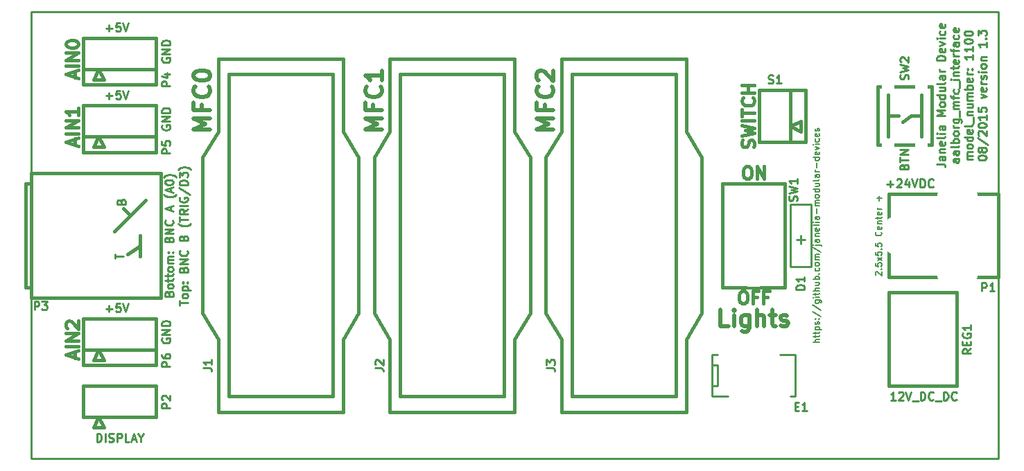
<source format=gto>
G04 #@! TF.FileFunction,Legend,Top*
%FSLAX46Y46*%
G04 Gerber Fmt 4.6, Leading zero omitted, Abs format (unit mm)*
G04 Created by KiCad (PCBNEW 0.201508100901+6080~28~ubuntu14.04.1-product) date Mon 10 Aug 2015 10:37:22 AM EDT*
%MOMM*%
G01*
G04 APERTURE LIST*
%ADD10C,0.100000*%
%ADD11C,0.190500*%
%ADD12C,0.381000*%
%ADD13C,0.254000*%
%ADD14C,0.508000*%
%ADD15C,0.228600*%
%ADD16O,1.854200X2.540000*%
%ADD17R,1.854200X2.540000*%
%ADD18O,4.445000X3.175000*%
%ADD19R,1.590040X2.667000*%
%ADD20C,1.930400*%
%ADD21O,4.572000X3.556000*%
%ADD22O,4.064000X5.080000*%
%ADD23O,5.080000X3.556000*%
%ADD24O,2.540000X1.524000*%
%ADD25C,3.937000*%
%ADD26O,1.524000X2.540000*%
%ADD27O,1.524000X2.032000*%
%ADD28O,6.350000X3.810000*%
%ADD29R,2.540000X1.524000*%
%ADD30R,1.498600X2.997200*%
%ADD31O,2.540000X1.854200*%
%ADD32R,2.540000X1.854200*%
%ADD33O,5.080000X3.048000*%
%ADD34O,2.032000X1.524000*%
G04 APERTURE END LIST*
D10*
D11*
X196505286Y-107732285D02*
X196469000Y-107695999D01*
X196432714Y-107623428D01*
X196432714Y-107441999D01*
X196469000Y-107369428D01*
X196505286Y-107333142D01*
X196577857Y-107296857D01*
X196650429Y-107296857D01*
X196759286Y-107333142D01*
X197194714Y-107768571D01*
X197194714Y-107296857D01*
X197122143Y-106970285D02*
X197158429Y-106934000D01*
X197194714Y-106970285D01*
X197158429Y-107006571D01*
X197122143Y-106970285D01*
X197194714Y-106970285D01*
X196432714Y-106244571D02*
X196432714Y-106607428D01*
X196795571Y-106643714D01*
X196759286Y-106607428D01*
X196723000Y-106534857D01*
X196723000Y-106353428D01*
X196759286Y-106280857D01*
X196795571Y-106244571D01*
X196868143Y-106208286D01*
X197049571Y-106208286D01*
X197122143Y-106244571D01*
X197158429Y-106280857D01*
X197194714Y-106353428D01*
X197194714Y-106534857D01*
X197158429Y-106607428D01*
X197122143Y-106643714D01*
X197194714Y-105954286D02*
X196686714Y-105555143D01*
X196686714Y-105954286D02*
X197194714Y-105555143D01*
X196432714Y-104902000D02*
X196432714Y-105264857D01*
X196795571Y-105301143D01*
X196759286Y-105264857D01*
X196723000Y-105192286D01*
X196723000Y-105010857D01*
X196759286Y-104938286D01*
X196795571Y-104902000D01*
X196868143Y-104865715D01*
X197049571Y-104865715D01*
X197122143Y-104902000D01*
X197158429Y-104938286D01*
X197194714Y-105010857D01*
X197194714Y-105192286D01*
X197158429Y-105264857D01*
X197122143Y-105301143D01*
X197122143Y-104539143D02*
X197158429Y-104502858D01*
X197194714Y-104539143D01*
X197158429Y-104575429D01*
X197122143Y-104539143D01*
X197194714Y-104539143D01*
X196432714Y-103813429D02*
X196432714Y-104176286D01*
X196795571Y-104212572D01*
X196759286Y-104176286D01*
X196723000Y-104103715D01*
X196723000Y-103922286D01*
X196759286Y-103849715D01*
X196795571Y-103813429D01*
X196868143Y-103777144D01*
X197049571Y-103777144D01*
X197122143Y-103813429D01*
X197158429Y-103849715D01*
X197194714Y-103922286D01*
X197194714Y-104103715D01*
X197158429Y-104176286D01*
X197122143Y-104212572D01*
X197122143Y-102434573D02*
X197158429Y-102470859D01*
X197194714Y-102579716D01*
X197194714Y-102652287D01*
X197158429Y-102761144D01*
X197085857Y-102833716D01*
X197013286Y-102870001D01*
X196868143Y-102906287D01*
X196759286Y-102906287D01*
X196614143Y-102870001D01*
X196541571Y-102833716D01*
X196469000Y-102761144D01*
X196432714Y-102652287D01*
X196432714Y-102579716D01*
X196469000Y-102470859D01*
X196505286Y-102434573D01*
X197158429Y-101817716D02*
X197194714Y-101890287D01*
X197194714Y-102035430D01*
X197158429Y-102108001D01*
X197085857Y-102144287D01*
X196795571Y-102144287D01*
X196723000Y-102108001D01*
X196686714Y-102035430D01*
X196686714Y-101890287D01*
X196723000Y-101817716D01*
X196795571Y-101781430D01*
X196868143Y-101781430D01*
X196940714Y-102144287D01*
X196686714Y-101454858D02*
X197194714Y-101454858D01*
X196759286Y-101454858D02*
X196723000Y-101418573D01*
X196686714Y-101346001D01*
X196686714Y-101237144D01*
X196723000Y-101164573D01*
X196795571Y-101128287D01*
X197194714Y-101128287D01*
X196686714Y-100874287D02*
X196686714Y-100584001D01*
X196432714Y-100765429D02*
X197085857Y-100765429D01*
X197158429Y-100729144D01*
X197194714Y-100656572D01*
X197194714Y-100584001D01*
X197158429Y-100039715D02*
X197194714Y-100112286D01*
X197194714Y-100257429D01*
X197158429Y-100330000D01*
X197085857Y-100366286D01*
X196795571Y-100366286D01*
X196723000Y-100330000D01*
X196686714Y-100257429D01*
X196686714Y-100112286D01*
X196723000Y-100039715D01*
X196795571Y-100003429D01*
X196868143Y-100003429D01*
X196940714Y-100366286D01*
X197194714Y-99676857D02*
X196686714Y-99676857D01*
X196831857Y-99676857D02*
X196759286Y-99640572D01*
X196723000Y-99604286D01*
X196686714Y-99531715D01*
X196686714Y-99459143D01*
X196904429Y-98624572D02*
X196904429Y-98044001D01*
X197194714Y-98334287D02*
X196614143Y-98334287D01*
D12*
X181591857Y-92074999D02*
X181664429Y-91857285D01*
X181664429Y-91494428D01*
X181591857Y-91349285D01*
X181519286Y-91276714D01*
X181374143Y-91204142D01*
X181229000Y-91204142D01*
X181083857Y-91276714D01*
X181011286Y-91349285D01*
X180938714Y-91494428D01*
X180866143Y-91784714D01*
X180793571Y-91929856D01*
X180721000Y-92002428D01*
X180575857Y-92074999D01*
X180430714Y-92074999D01*
X180285571Y-92002428D01*
X180213000Y-91929856D01*
X180140429Y-91784714D01*
X180140429Y-91421856D01*
X180213000Y-91204142D01*
X180140429Y-90696142D02*
X181664429Y-90333285D01*
X180575857Y-90042999D01*
X181664429Y-89752713D01*
X180140429Y-89389856D01*
X181664429Y-88809285D02*
X180140429Y-88809285D01*
X180140429Y-88301285D02*
X180140429Y-87430428D01*
X181664429Y-87865857D02*
X180140429Y-87865857D01*
X181519286Y-86051571D02*
X181591857Y-86124142D01*
X181664429Y-86341856D01*
X181664429Y-86486999D01*
X181591857Y-86704714D01*
X181446714Y-86849856D01*
X181301571Y-86922428D01*
X181011286Y-86994999D01*
X180793571Y-86994999D01*
X180503286Y-86922428D01*
X180358143Y-86849856D01*
X180213000Y-86704714D01*
X180140429Y-86486999D01*
X180140429Y-86341856D01*
X180213000Y-86124142D01*
X180285571Y-86051571D01*
X181664429Y-85398428D02*
X180140429Y-85398428D01*
X180866143Y-85398428D02*
X180866143Y-84527571D01*
X181664429Y-84527571D02*
X180140429Y-84527571D01*
X98679000Y-117819714D02*
X98679000Y-117094000D01*
X99114429Y-117964857D02*
X97590429Y-117456857D01*
X99114429Y-116948857D01*
X99114429Y-116440857D02*
X97590429Y-116440857D01*
X99114429Y-115715143D02*
X97590429Y-115715143D01*
X99114429Y-114844286D01*
X97590429Y-114844286D01*
X97735571Y-114191143D02*
X97663000Y-114118572D01*
X97590429Y-113973429D01*
X97590429Y-113610572D01*
X97663000Y-113465429D01*
X97735571Y-113392858D01*
X97880714Y-113320286D01*
X98025857Y-113320286D01*
X98243571Y-113392858D01*
X99114429Y-114263715D01*
X99114429Y-113320286D01*
X98679000Y-91784714D02*
X98679000Y-91059000D01*
X99114429Y-91929857D02*
X97590429Y-91421857D01*
X99114429Y-90913857D01*
X99114429Y-90405857D02*
X97590429Y-90405857D01*
X99114429Y-89680143D02*
X97590429Y-89680143D01*
X99114429Y-88809286D01*
X97590429Y-88809286D01*
X99114429Y-87285286D02*
X99114429Y-88156143D01*
X99114429Y-87720715D02*
X97590429Y-87720715D01*
X97808143Y-87865858D01*
X97953286Y-88011000D01*
X98025857Y-88156143D01*
D13*
X102476905Y-111832571D02*
X103251000Y-111832571D01*
X102863952Y-112219619D02*
X102863952Y-111445524D01*
X104218619Y-111203619D02*
X103734810Y-111203619D01*
X103686429Y-111687429D01*
X103734810Y-111639048D01*
X103831572Y-111590667D01*
X104073476Y-111590667D01*
X104170238Y-111639048D01*
X104218619Y-111687429D01*
X104267000Y-111784190D01*
X104267000Y-112026095D01*
X104218619Y-112122857D01*
X104170238Y-112171238D01*
X104073476Y-112219619D01*
X103831572Y-112219619D01*
X103734810Y-112171238D01*
X103686429Y-112122857D01*
X104557286Y-111203619D02*
X104895953Y-112219619D01*
X105234619Y-111203619D01*
X102476905Y-85797571D02*
X103251000Y-85797571D01*
X102863952Y-86184619D02*
X102863952Y-85410524D01*
X104218619Y-85168619D02*
X103734810Y-85168619D01*
X103686429Y-85652429D01*
X103734810Y-85604048D01*
X103831572Y-85555667D01*
X104073476Y-85555667D01*
X104170238Y-85604048D01*
X104218619Y-85652429D01*
X104267000Y-85749190D01*
X104267000Y-85991095D01*
X104218619Y-86087857D01*
X104170238Y-86136238D01*
X104073476Y-86184619D01*
X103831572Y-86184619D01*
X103734810Y-86136238D01*
X103686429Y-86087857D01*
X104557286Y-85168619D02*
X104895953Y-86184619D01*
X105234619Y-85168619D01*
X109347000Y-115430905D02*
X109298619Y-115527667D01*
X109298619Y-115672810D01*
X109347000Y-115817952D01*
X109443762Y-115914714D01*
X109540524Y-115963095D01*
X109734048Y-116011476D01*
X109879190Y-116011476D01*
X110072714Y-115963095D01*
X110169476Y-115914714D01*
X110266238Y-115817952D01*
X110314619Y-115672810D01*
X110314619Y-115576048D01*
X110266238Y-115430905D01*
X110217857Y-115382524D01*
X109879190Y-115382524D01*
X109879190Y-115576048D01*
X110314619Y-114947095D02*
X109298619Y-114947095D01*
X110314619Y-114366524D01*
X109298619Y-114366524D01*
X110314619Y-113882714D02*
X109298619Y-113882714D01*
X109298619Y-113640809D01*
X109347000Y-113495667D01*
X109443762Y-113398905D01*
X109540524Y-113350524D01*
X109734048Y-113302143D01*
X109879190Y-113302143D01*
X110072714Y-113350524D01*
X110169476Y-113398905D01*
X110266238Y-113495667D01*
X110314619Y-113640809D01*
X110314619Y-113882714D01*
X109347000Y-89395905D02*
X109298619Y-89492667D01*
X109298619Y-89637810D01*
X109347000Y-89782952D01*
X109443762Y-89879714D01*
X109540524Y-89928095D01*
X109734048Y-89976476D01*
X109879190Y-89976476D01*
X110072714Y-89928095D01*
X110169476Y-89879714D01*
X110266238Y-89782952D01*
X110314619Y-89637810D01*
X110314619Y-89541048D01*
X110266238Y-89395905D01*
X110217857Y-89347524D01*
X109879190Y-89347524D01*
X109879190Y-89541048D01*
X110314619Y-88912095D02*
X109298619Y-88912095D01*
X110314619Y-88331524D01*
X109298619Y-88331524D01*
X110314619Y-87847714D02*
X109298619Y-87847714D01*
X109298619Y-87605809D01*
X109347000Y-87460667D01*
X109443762Y-87363905D01*
X109540524Y-87315524D01*
X109734048Y-87267143D01*
X109879190Y-87267143D01*
X110072714Y-87315524D01*
X110169476Y-87363905D01*
X110266238Y-87460667D01*
X110314619Y-87605809D01*
X110314619Y-87847714D01*
X109347000Y-81140905D02*
X109298619Y-81237667D01*
X109298619Y-81382810D01*
X109347000Y-81527952D01*
X109443762Y-81624714D01*
X109540524Y-81673095D01*
X109734048Y-81721476D01*
X109879190Y-81721476D01*
X110072714Y-81673095D01*
X110169476Y-81624714D01*
X110266238Y-81527952D01*
X110314619Y-81382810D01*
X110314619Y-81286048D01*
X110266238Y-81140905D01*
X110217857Y-81092524D01*
X109879190Y-81092524D01*
X109879190Y-81286048D01*
X110314619Y-80657095D02*
X109298619Y-80657095D01*
X110314619Y-80076524D01*
X109298619Y-80076524D01*
X110314619Y-79592714D02*
X109298619Y-79592714D01*
X109298619Y-79350809D01*
X109347000Y-79205667D01*
X109443762Y-79108905D01*
X109540524Y-79060524D01*
X109734048Y-79012143D01*
X109879190Y-79012143D01*
X110072714Y-79060524D01*
X110169476Y-79108905D01*
X110266238Y-79205667D01*
X110314619Y-79350809D01*
X110314619Y-79592714D01*
X102476905Y-77542571D02*
X103251000Y-77542571D01*
X102863952Y-77929619D02*
X102863952Y-77155524D01*
X104218619Y-76913619D02*
X103734810Y-76913619D01*
X103686429Y-77397429D01*
X103734810Y-77349048D01*
X103831572Y-77300667D01*
X104073476Y-77300667D01*
X104170238Y-77349048D01*
X104218619Y-77397429D01*
X104267000Y-77494190D01*
X104267000Y-77736095D01*
X104218619Y-77832857D01*
X104170238Y-77881238D01*
X104073476Y-77929619D01*
X103831572Y-77929619D01*
X103734810Y-77881238D01*
X103686429Y-77832857D01*
X104557286Y-76913619D02*
X104895953Y-77929619D01*
X105234619Y-76913619D01*
D12*
X98679000Y-83529714D02*
X98679000Y-82804000D01*
X99114429Y-83674857D02*
X97590429Y-83166857D01*
X99114429Y-82658857D01*
X99114429Y-82150857D02*
X97590429Y-82150857D01*
X99114429Y-81425143D02*
X97590429Y-81425143D01*
X99114429Y-80554286D01*
X97590429Y-80554286D01*
X97590429Y-79538286D02*
X97590429Y-79393143D01*
X97663000Y-79248000D01*
X97735571Y-79175429D01*
X97880714Y-79102858D01*
X98171000Y-79030286D01*
X98533857Y-79030286D01*
X98824143Y-79102858D01*
X98969286Y-79175429D01*
X99041857Y-79248000D01*
X99114429Y-79393143D01*
X99114429Y-79538286D01*
X99041857Y-79683429D01*
X98969286Y-79756000D01*
X98824143Y-79828572D01*
X98533857Y-79901143D01*
X98171000Y-79901143D01*
X97880714Y-79828572D01*
X97735571Y-79756000D01*
X97663000Y-79683429D01*
X97590429Y-79538286D01*
D14*
X157129238Y-89891809D02*
X155097238Y-89891809D01*
X156548667Y-89214476D01*
X155097238Y-88537143D01*
X157129238Y-88537143D01*
X156064857Y-86892190D02*
X156064857Y-87569523D01*
X157129238Y-87569523D02*
X155097238Y-87569523D01*
X155097238Y-86601904D01*
X156935714Y-84666667D02*
X157032476Y-84763429D01*
X157129238Y-85053714D01*
X157129238Y-85247238D01*
X157032476Y-85537524D01*
X156838952Y-85731048D01*
X156645429Y-85827809D01*
X156258381Y-85924571D01*
X155968095Y-85924571D01*
X155581048Y-85827809D01*
X155387524Y-85731048D01*
X155194000Y-85537524D01*
X155097238Y-85247238D01*
X155097238Y-85053714D01*
X155194000Y-84763429D01*
X155290762Y-84666667D01*
X155290762Y-83892571D02*
X155194000Y-83795809D01*
X155097238Y-83602286D01*
X155097238Y-83118476D01*
X155194000Y-82924952D01*
X155290762Y-82828190D01*
X155484286Y-82731429D01*
X155677810Y-82731429D01*
X155968095Y-82828190D01*
X157129238Y-83989333D01*
X157129238Y-82731429D01*
D15*
X211455000Y-75565000D02*
X93345000Y-75565000D01*
X211455000Y-130175000D02*
X211455000Y-75565000D01*
X93345000Y-130175000D02*
X211455000Y-130175000D01*
X93345000Y-75565000D02*
X93345000Y-130175000D01*
D13*
X198894095Y-123014619D02*
X198313524Y-123014619D01*
X198603810Y-123014619D02*
X198603810Y-121998619D01*
X198507048Y-122143762D01*
X198410286Y-122240524D01*
X198313524Y-122288905D01*
X199281143Y-122095381D02*
X199329524Y-122047000D01*
X199426286Y-121998619D01*
X199668190Y-121998619D01*
X199764952Y-122047000D01*
X199813333Y-122095381D01*
X199861714Y-122192143D01*
X199861714Y-122288905D01*
X199813333Y-122434048D01*
X199232762Y-123014619D01*
X199861714Y-123014619D01*
X200152000Y-121998619D02*
X200490667Y-123014619D01*
X200829333Y-121998619D01*
X200926095Y-123111381D02*
X201700190Y-123111381D01*
X201942095Y-123014619D02*
X201942095Y-121998619D01*
X202184000Y-121998619D01*
X202329142Y-122047000D01*
X202425904Y-122143762D01*
X202474285Y-122240524D01*
X202522666Y-122434048D01*
X202522666Y-122579190D01*
X202474285Y-122772714D01*
X202425904Y-122869476D01*
X202329142Y-122966238D01*
X202184000Y-123014619D01*
X201942095Y-123014619D01*
X203538666Y-122917857D02*
X203490285Y-122966238D01*
X203345142Y-123014619D01*
X203248380Y-123014619D01*
X203103238Y-122966238D01*
X203006476Y-122869476D01*
X202958095Y-122772714D01*
X202909714Y-122579190D01*
X202909714Y-122434048D01*
X202958095Y-122240524D01*
X203006476Y-122143762D01*
X203103238Y-122047000D01*
X203248380Y-121998619D01*
X203345142Y-121998619D01*
X203490285Y-122047000D01*
X203538666Y-122095381D01*
X203732190Y-123111381D02*
X204506285Y-123111381D01*
X204748190Y-123014619D02*
X204748190Y-121998619D01*
X204990095Y-121998619D01*
X205135237Y-122047000D01*
X205231999Y-122143762D01*
X205280380Y-122240524D01*
X205328761Y-122434048D01*
X205328761Y-122579190D01*
X205280380Y-122772714D01*
X205231999Y-122869476D01*
X205135237Y-122966238D01*
X204990095Y-123014619D01*
X204748190Y-123014619D01*
X206344761Y-122917857D02*
X206296380Y-122966238D01*
X206151237Y-123014619D01*
X206054475Y-123014619D01*
X205909333Y-122966238D01*
X205812571Y-122869476D01*
X205764190Y-122772714D01*
X205715809Y-122579190D01*
X205715809Y-122434048D01*
X205764190Y-122240524D01*
X205812571Y-122143762D01*
X205909333Y-122047000D01*
X206054475Y-121998619D01*
X206151237Y-121998619D01*
X206296380Y-122047000D01*
X206344761Y-122095381D01*
X197853905Y-96592571D02*
X198628000Y-96592571D01*
X198240952Y-96979619D02*
X198240952Y-96205524D01*
X199063429Y-96060381D02*
X199111810Y-96012000D01*
X199208572Y-95963619D01*
X199450476Y-95963619D01*
X199547238Y-96012000D01*
X199595619Y-96060381D01*
X199644000Y-96157143D01*
X199644000Y-96253905D01*
X199595619Y-96399048D01*
X199015048Y-96979619D01*
X199644000Y-96979619D01*
X200514857Y-96302286D02*
X200514857Y-96979619D01*
X200272953Y-95915238D02*
X200031048Y-96640952D01*
X200660000Y-96640952D01*
X200901905Y-95963619D02*
X201240572Y-96979619D01*
X201579238Y-95963619D01*
X201917905Y-96979619D02*
X201917905Y-95963619D01*
X202159810Y-95963619D01*
X202304952Y-96012000D01*
X202401714Y-96108762D01*
X202450095Y-96205524D01*
X202498476Y-96399048D01*
X202498476Y-96544190D01*
X202450095Y-96737714D01*
X202401714Y-96834476D01*
X202304952Y-96931238D01*
X202159810Y-96979619D01*
X201917905Y-96979619D01*
X203514476Y-96882857D02*
X203466095Y-96931238D01*
X203320952Y-96979619D01*
X203224190Y-96979619D01*
X203079048Y-96931238D01*
X202982286Y-96834476D01*
X202933905Y-96737714D01*
X202885524Y-96544190D01*
X202885524Y-96399048D01*
X202933905Y-96205524D01*
X202982286Y-96108762D01*
X203079048Y-96012000D01*
X203224190Y-95963619D01*
X203320952Y-95963619D01*
X203466095Y-96012000D01*
X203514476Y-96060381D01*
D14*
X115219238Y-89891809D02*
X113187238Y-89891809D01*
X114638667Y-89214476D01*
X113187238Y-88537143D01*
X115219238Y-88537143D01*
X114154857Y-86892190D02*
X114154857Y-87569523D01*
X115219238Y-87569523D02*
X113187238Y-87569523D01*
X113187238Y-86601904D01*
X115025714Y-84666667D02*
X115122476Y-84763429D01*
X115219238Y-85053714D01*
X115219238Y-85247238D01*
X115122476Y-85537524D01*
X114928952Y-85731048D01*
X114735429Y-85827809D01*
X114348381Y-85924571D01*
X114058095Y-85924571D01*
X113671048Y-85827809D01*
X113477524Y-85731048D01*
X113284000Y-85537524D01*
X113187238Y-85247238D01*
X113187238Y-85053714D01*
X113284000Y-84763429D01*
X113380762Y-84666667D01*
X113187238Y-83408762D02*
X113187238Y-83215238D01*
X113284000Y-83021714D01*
X113380762Y-82924952D01*
X113574286Y-82828190D01*
X113961333Y-82731429D01*
X114445143Y-82731429D01*
X114832190Y-82828190D01*
X115025714Y-82924952D01*
X115122476Y-83021714D01*
X115219238Y-83215238D01*
X115219238Y-83408762D01*
X115122476Y-83602286D01*
X115025714Y-83699048D01*
X114832190Y-83795809D01*
X114445143Y-83892571D01*
X113961333Y-83892571D01*
X113574286Y-83795809D01*
X113380762Y-83699048D01*
X113284000Y-83602286D01*
X113187238Y-83408762D01*
X136174238Y-89891809D02*
X134142238Y-89891809D01*
X135593667Y-89214476D01*
X134142238Y-88537143D01*
X136174238Y-88537143D01*
X135109857Y-86892190D02*
X135109857Y-87569523D01*
X136174238Y-87569523D02*
X134142238Y-87569523D01*
X134142238Y-86601904D01*
X135980714Y-84666667D02*
X136077476Y-84763429D01*
X136174238Y-85053714D01*
X136174238Y-85247238D01*
X136077476Y-85537524D01*
X135883952Y-85731048D01*
X135690429Y-85827809D01*
X135303381Y-85924571D01*
X135013095Y-85924571D01*
X134626048Y-85827809D01*
X134432524Y-85731048D01*
X134239000Y-85537524D01*
X134142238Y-85247238D01*
X134142238Y-85053714D01*
X134239000Y-84763429D01*
X134335762Y-84666667D01*
X136174238Y-82731429D02*
X136174238Y-83892571D01*
X136174238Y-83312000D02*
X134142238Y-83312000D01*
X134432524Y-83505524D01*
X134626048Y-83699048D01*
X134722810Y-83892571D01*
D13*
X101358096Y-128094619D02*
X101358096Y-127078619D01*
X101600001Y-127078619D01*
X101745143Y-127127000D01*
X101841905Y-127223762D01*
X101890286Y-127320524D01*
X101938667Y-127514048D01*
X101938667Y-127659190D01*
X101890286Y-127852714D01*
X101841905Y-127949476D01*
X101745143Y-128046238D01*
X101600001Y-128094619D01*
X101358096Y-128094619D01*
X102374096Y-128094619D02*
X102374096Y-127078619D01*
X102809525Y-128046238D02*
X102954668Y-128094619D01*
X103196572Y-128094619D01*
X103293334Y-128046238D01*
X103341715Y-127997857D01*
X103390096Y-127901095D01*
X103390096Y-127804333D01*
X103341715Y-127707571D01*
X103293334Y-127659190D01*
X103196572Y-127610810D01*
X103003049Y-127562429D01*
X102906287Y-127514048D01*
X102857906Y-127465667D01*
X102809525Y-127368905D01*
X102809525Y-127272143D01*
X102857906Y-127175381D01*
X102906287Y-127127000D01*
X103003049Y-127078619D01*
X103244953Y-127078619D01*
X103390096Y-127127000D01*
X103825525Y-128094619D02*
X103825525Y-127078619D01*
X104212572Y-127078619D01*
X104309334Y-127127000D01*
X104357715Y-127175381D01*
X104406096Y-127272143D01*
X104406096Y-127417286D01*
X104357715Y-127514048D01*
X104309334Y-127562429D01*
X104212572Y-127610810D01*
X103825525Y-127610810D01*
X105325334Y-128094619D02*
X104841525Y-128094619D01*
X104841525Y-127078619D01*
X105615620Y-127804333D02*
X106099429Y-127804333D01*
X105518858Y-128094619D02*
X105857525Y-127078619D01*
X106196191Y-128094619D01*
X106728382Y-127610810D02*
X106728382Y-128094619D01*
X106389715Y-127078619D02*
X106728382Y-127610810D01*
X107067048Y-127078619D01*
D11*
X189574714Y-115932861D02*
X188812714Y-115932861D01*
X189574714Y-115606290D02*
X189175571Y-115606290D01*
X189103000Y-115642576D01*
X189066714Y-115715147D01*
X189066714Y-115824004D01*
X189103000Y-115896576D01*
X189139286Y-115932861D01*
X189066714Y-115352290D02*
X189066714Y-115062004D01*
X188812714Y-115243432D02*
X189465857Y-115243432D01*
X189538429Y-115207147D01*
X189574714Y-115134575D01*
X189574714Y-115062004D01*
X189066714Y-114916861D02*
X189066714Y-114626575D01*
X188812714Y-114808003D02*
X189465857Y-114808003D01*
X189538429Y-114771718D01*
X189574714Y-114699146D01*
X189574714Y-114626575D01*
X189066714Y-114372574D02*
X189828714Y-114372574D01*
X189103000Y-114372574D02*
X189066714Y-114300003D01*
X189066714Y-114154860D01*
X189103000Y-114082289D01*
X189139286Y-114046003D01*
X189211857Y-114009717D01*
X189429571Y-114009717D01*
X189502143Y-114046003D01*
X189538429Y-114082289D01*
X189574714Y-114154860D01*
X189574714Y-114300003D01*
X189538429Y-114372574D01*
X189538429Y-113719431D02*
X189574714Y-113646860D01*
X189574714Y-113501717D01*
X189538429Y-113429145D01*
X189465857Y-113392860D01*
X189429571Y-113392860D01*
X189357000Y-113429145D01*
X189320714Y-113501717D01*
X189320714Y-113610574D01*
X189284429Y-113683145D01*
X189211857Y-113719431D01*
X189175571Y-113719431D01*
X189103000Y-113683145D01*
X189066714Y-113610574D01*
X189066714Y-113501717D01*
X189103000Y-113429145D01*
X189502143Y-113066288D02*
X189538429Y-113030003D01*
X189574714Y-113066288D01*
X189538429Y-113102574D01*
X189502143Y-113066288D01*
X189574714Y-113066288D01*
X189103000Y-113066288D02*
X189139286Y-113030003D01*
X189175571Y-113066288D01*
X189139286Y-113102574D01*
X189103000Y-113066288D01*
X189175571Y-113066288D01*
X188776429Y-112159146D02*
X189756143Y-112812289D01*
X188776429Y-111360860D02*
X189756143Y-112014003D01*
X189066714Y-110780288D02*
X189683571Y-110780288D01*
X189756143Y-110816574D01*
X189792429Y-110852859D01*
X189828714Y-110925431D01*
X189828714Y-111034288D01*
X189792429Y-111106859D01*
X189538429Y-110780288D02*
X189574714Y-110852859D01*
X189574714Y-110998002D01*
X189538429Y-111070574D01*
X189502143Y-111106859D01*
X189429571Y-111143145D01*
X189211857Y-111143145D01*
X189139286Y-111106859D01*
X189103000Y-111070574D01*
X189066714Y-110998002D01*
X189066714Y-110852859D01*
X189103000Y-110780288D01*
X189574714Y-110417430D02*
X189066714Y-110417430D01*
X188812714Y-110417430D02*
X188849000Y-110453716D01*
X188885286Y-110417430D01*
X188849000Y-110381145D01*
X188812714Y-110417430D01*
X188885286Y-110417430D01*
X189066714Y-110163431D02*
X189066714Y-109873145D01*
X188812714Y-110054573D02*
X189465857Y-110054573D01*
X189538429Y-110018288D01*
X189574714Y-109945716D01*
X189574714Y-109873145D01*
X189574714Y-109619144D02*
X188812714Y-109619144D01*
X189574714Y-109292573D02*
X189175571Y-109292573D01*
X189103000Y-109328859D01*
X189066714Y-109401430D01*
X189066714Y-109510287D01*
X189103000Y-109582859D01*
X189139286Y-109619144D01*
X189066714Y-108603144D02*
X189574714Y-108603144D01*
X189066714Y-108929715D02*
X189465857Y-108929715D01*
X189538429Y-108893430D01*
X189574714Y-108820858D01*
X189574714Y-108712001D01*
X189538429Y-108639430D01*
X189502143Y-108603144D01*
X189574714Y-108240286D02*
X188812714Y-108240286D01*
X189103000Y-108240286D02*
X189066714Y-108167715D01*
X189066714Y-108022572D01*
X189103000Y-107950001D01*
X189139286Y-107913715D01*
X189211857Y-107877429D01*
X189429571Y-107877429D01*
X189502143Y-107913715D01*
X189538429Y-107950001D01*
X189574714Y-108022572D01*
X189574714Y-108167715D01*
X189538429Y-108240286D01*
X189502143Y-107550857D02*
X189538429Y-107514572D01*
X189574714Y-107550857D01*
X189538429Y-107587143D01*
X189502143Y-107550857D01*
X189574714Y-107550857D01*
X189538429Y-106861429D02*
X189574714Y-106934000D01*
X189574714Y-107079143D01*
X189538429Y-107151715D01*
X189502143Y-107188000D01*
X189429571Y-107224286D01*
X189211857Y-107224286D01*
X189139286Y-107188000D01*
X189103000Y-107151715D01*
X189066714Y-107079143D01*
X189066714Y-106934000D01*
X189103000Y-106861429D01*
X189574714Y-106426000D02*
X189538429Y-106498572D01*
X189502143Y-106534857D01*
X189429571Y-106571143D01*
X189211857Y-106571143D01*
X189139286Y-106534857D01*
X189103000Y-106498572D01*
X189066714Y-106426000D01*
X189066714Y-106317143D01*
X189103000Y-106244572D01*
X189139286Y-106208286D01*
X189211857Y-106172000D01*
X189429571Y-106172000D01*
X189502143Y-106208286D01*
X189538429Y-106244572D01*
X189574714Y-106317143D01*
X189574714Y-106426000D01*
X189574714Y-105845428D02*
X189066714Y-105845428D01*
X189139286Y-105845428D02*
X189103000Y-105809143D01*
X189066714Y-105736571D01*
X189066714Y-105627714D01*
X189103000Y-105555143D01*
X189175571Y-105518857D01*
X189574714Y-105518857D01*
X189175571Y-105518857D02*
X189103000Y-105482571D01*
X189066714Y-105410000D01*
X189066714Y-105301143D01*
X189103000Y-105228571D01*
X189175571Y-105192286D01*
X189574714Y-105192286D01*
X188776429Y-104285143D02*
X189756143Y-104938286D01*
X189066714Y-104031142D02*
X189719857Y-104031142D01*
X189792429Y-104067428D01*
X189828714Y-104140000D01*
X189828714Y-104176285D01*
X188812714Y-104031142D02*
X188849000Y-104067428D01*
X188885286Y-104031142D01*
X188849000Y-103994857D01*
X188812714Y-104031142D01*
X188885286Y-104031142D01*
X189574714Y-103341714D02*
X189175571Y-103341714D01*
X189103000Y-103378000D01*
X189066714Y-103450571D01*
X189066714Y-103595714D01*
X189103000Y-103668285D01*
X189538429Y-103341714D02*
X189574714Y-103414285D01*
X189574714Y-103595714D01*
X189538429Y-103668285D01*
X189465857Y-103704571D01*
X189393286Y-103704571D01*
X189320714Y-103668285D01*
X189284429Y-103595714D01*
X189284429Y-103414285D01*
X189248143Y-103341714D01*
X189066714Y-102978856D02*
X189574714Y-102978856D01*
X189139286Y-102978856D02*
X189103000Y-102942571D01*
X189066714Y-102869999D01*
X189066714Y-102761142D01*
X189103000Y-102688571D01*
X189175571Y-102652285D01*
X189574714Y-102652285D01*
X189538429Y-101999142D02*
X189574714Y-102071713D01*
X189574714Y-102216856D01*
X189538429Y-102289427D01*
X189465857Y-102325713D01*
X189175571Y-102325713D01*
X189103000Y-102289427D01*
X189066714Y-102216856D01*
X189066714Y-102071713D01*
X189103000Y-101999142D01*
X189175571Y-101962856D01*
X189248143Y-101962856D01*
X189320714Y-102325713D01*
X189574714Y-101527427D02*
X189538429Y-101599999D01*
X189465857Y-101636284D01*
X188812714Y-101636284D01*
X189574714Y-101237141D02*
X189066714Y-101237141D01*
X188812714Y-101237141D02*
X188849000Y-101273427D01*
X188885286Y-101237141D01*
X188849000Y-101200856D01*
X188812714Y-101237141D01*
X188885286Y-101237141D01*
X189574714Y-100547713D02*
X189175571Y-100547713D01*
X189103000Y-100583999D01*
X189066714Y-100656570D01*
X189066714Y-100801713D01*
X189103000Y-100874284D01*
X189538429Y-100547713D02*
X189574714Y-100620284D01*
X189574714Y-100801713D01*
X189538429Y-100874284D01*
X189465857Y-100910570D01*
X189393286Y-100910570D01*
X189320714Y-100874284D01*
X189284429Y-100801713D01*
X189284429Y-100620284D01*
X189248143Y-100547713D01*
X189284429Y-100184855D02*
X189284429Y-99604284D01*
X189574714Y-99241426D02*
X189066714Y-99241426D01*
X189139286Y-99241426D02*
X189103000Y-99205141D01*
X189066714Y-99132569D01*
X189066714Y-99023712D01*
X189103000Y-98951141D01*
X189175571Y-98914855D01*
X189574714Y-98914855D01*
X189175571Y-98914855D02*
X189103000Y-98878569D01*
X189066714Y-98805998D01*
X189066714Y-98697141D01*
X189103000Y-98624569D01*
X189175571Y-98588284D01*
X189574714Y-98588284D01*
X189574714Y-98116569D02*
X189538429Y-98189141D01*
X189502143Y-98225426D01*
X189429571Y-98261712D01*
X189211857Y-98261712D01*
X189139286Y-98225426D01*
X189103000Y-98189141D01*
X189066714Y-98116569D01*
X189066714Y-98007712D01*
X189103000Y-97935141D01*
X189139286Y-97898855D01*
X189211857Y-97862569D01*
X189429571Y-97862569D01*
X189502143Y-97898855D01*
X189538429Y-97935141D01*
X189574714Y-98007712D01*
X189574714Y-98116569D01*
X189574714Y-97209426D02*
X188812714Y-97209426D01*
X189538429Y-97209426D02*
X189574714Y-97281997D01*
X189574714Y-97427140D01*
X189538429Y-97499712D01*
X189502143Y-97535997D01*
X189429571Y-97572283D01*
X189211857Y-97572283D01*
X189139286Y-97535997D01*
X189103000Y-97499712D01*
X189066714Y-97427140D01*
X189066714Y-97281997D01*
X189103000Y-97209426D01*
X189066714Y-96519997D02*
X189574714Y-96519997D01*
X189066714Y-96846568D02*
X189465857Y-96846568D01*
X189538429Y-96810283D01*
X189574714Y-96737711D01*
X189574714Y-96628854D01*
X189538429Y-96556283D01*
X189502143Y-96519997D01*
X189574714Y-96048282D02*
X189538429Y-96120854D01*
X189465857Y-96157139D01*
X188812714Y-96157139D01*
X189574714Y-95431425D02*
X189175571Y-95431425D01*
X189103000Y-95467711D01*
X189066714Y-95540282D01*
X189066714Y-95685425D01*
X189103000Y-95757996D01*
X189538429Y-95431425D02*
X189574714Y-95503996D01*
X189574714Y-95685425D01*
X189538429Y-95757996D01*
X189465857Y-95794282D01*
X189393286Y-95794282D01*
X189320714Y-95757996D01*
X189284429Y-95685425D01*
X189284429Y-95503996D01*
X189248143Y-95431425D01*
X189574714Y-95068567D02*
X189066714Y-95068567D01*
X189211857Y-95068567D02*
X189139286Y-95032282D01*
X189103000Y-94995996D01*
X189066714Y-94923425D01*
X189066714Y-94850853D01*
X189284429Y-94596853D02*
X189284429Y-94016282D01*
X189574714Y-93326853D02*
X188812714Y-93326853D01*
X189538429Y-93326853D02*
X189574714Y-93399424D01*
X189574714Y-93544567D01*
X189538429Y-93617139D01*
X189502143Y-93653424D01*
X189429571Y-93689710D01*
X189211857Y-93689710D01*
X189139286Y-93653424D01*
X189103000Y-93617139D01*
X189066714Y-93544567D01*
X189066714Y-93399424D01*
X189103000Y-93326853D01*
X189538429Y-92673710D02*
X189574714Y-92746281D01*
X189574714Y-92891424D01*
X189538429Y-92963995D01*
X189465857Y-93000281D01*
X189175571Y-93000281D01*
X189103000Y-92963995D01*
X189066714Y-92891424D01*
X189066714Y-92746281D01*
X189103000Y-92673710D01*
X189175571Y-92637424D01*
X189248143Y-92637424D01*
X189320714Y-93000281D01*
X189066714Y-92383424D02*
X189574714Y-92201995D01*
X189066714Y-92020567D01*
X189574714Y-91730281D02*
X189066714Y-91730281D01*
X188812714Y-91730281D02*
X188849000Y-91766567D01*
X188885286Y-91730281D01*
X188849000Y-91693996D01*
X188812714Y-91730281D01*
X188885286Y-91730281D01*
X189538429Y-91040853D02*
X189574714Y-91113424D01*
X189574714Y-91258567D01*
X189538429Y-91331139D01*
X189502143Y-91367424D01*
X189429571Y-91403710D01*
X189211857Y-91403710D01*
X189139286Y-91367424D01*
X189103000Y-91331139D01*
X189066714Y-91258567D01*
X189066714Y-91113424D01*
X189103000Y-91040853D01*
X189538429Y-90423996D02*
X189574714Y-90496567D01*
X189574714Y-90641710D01*
X189538429Y-90714281D01*
X189465857Y-90750567D01*
X189175571Y-90750567D01*
X189103000Y-90714281D01*
X189066714Y-90641710D01*
X189066714Y-90496567D01*
X189103000Y-90423996D01*
X189175571Y-90387710D01*
X189248143Y-90387710D01*
X189320714Y-90750567D01*
X189538429Y-90097424D02*
X189574714Y-90024853D01*
X189574714Y-89879710D01*
X189538429Y-89807138D01*
X189465857Y-89770853D01*
X189429571Y-89770853D01*
X189357000Y-89807138D01*
X189320714Y-89879710D01*
X189320714Y-89988567D01*
X189284429Y-90061138D01*
X189211857Y-90097424D01*
X189175571Y-90097424D01*
X189103000Y-90061138D01*
X189066714Y-89988567D01*
X189066714Y-89879710D01*
X189103000Y-89807138D01*
D13*
X203939019Y-94119094D02*
X204664733Y-94119094D01*
X204809876Y-94167474D01*
X204906638Y-94264236D01*
X204955019Y-94409379D01*
X204955019Y-94506141D01*
X204955019Y-93199856D02*
X204422829Y-93199856D01*
X204326067Y-93248237D01*
X204277686Y-93344999D01*
X204277686Y-93538522D01*
X204326067Y-93635284D01*
X204906638Y-93199856D02*
X204955019Y-93296618D01*
X204955019Y-93538522D01*
X204906638Y-93635284D01*
X204809876Y-93683665D01*
X204713114Y-93683665D01*
X204616352Y-93635284D01*
X204567971Y-93538522D01*
X204567971Y-93296618D01*
X204519590Y-93199856D01*
X204277686Y-92716046D02*
X204955019Y-92716046D01*
X204374448Y-92716046D02*
X204326067Y-92667665D01*
X204277686Y-92570903D01*
X204277686Y-92425761D01*
X204326067Y-92328999D01*
X204422829Y-92280618D01*
X204955019Y-92280618D01*
X204906638Y-91409761D02*
X204955019Y-91506523D01*
X204955019Y-91700046D01*
X204906638Y-91796808D01*
X204809876Y-91845189D01*
X204422829Y-91845189D01*
X204326067Y-91796808D01*
X204277686Y-91700046D01*
X204277686Y-91506523D01*
X204326067Y-91409761D01*
X204422829Y-91361380D01*
X204519590Y-91361380D01*
X204616352Y-91845189D01*
X204955019Y-90780808D02*
X204906638Y-90877570D01*
X204809876Y-90925951D01*
X203939019Y-90925951D01*
X204955019Y-90393761D02*
X204277686Y-90393761D01*
X203939019Y-90393761D02*
X203987400Y-90442142D01*
X204035781Y-90393761D01*
X203987400Y-90345380D01*
X203939019Y-90393761D01*
X204035781Y-90393761D01*
X204955019Y-89474523D02*
X204422829Y-89474523D01*
X204326067Y-89522904D01*
X204277686Y-89619666D01*
X204277686Y-89813189D01*
X204326067Y-89909951D01*
X204906638Y-89474523D02*
X204955019Y-89571285D01*
X204955019Y-89813189D01*
X204906638Y-89909951D01*
X204809876Y-89958332D01*
X204713114Y-89958332D01*
X204616352Y-89909951D01*
X204567971Y-89813189D01*
X204567971Y-89571285D01*
X204519590Y-89474523D01*
X204955019Y-88216618D02*
X203939019Y-88216618D01*
X204664733Y-87877952D01*
X203939019Y-87539285D01*
X204955019Y-87539285D01*
X204955019Y-86910332D02*
X204906638Y-87007094D01*
X204858257Y-87055475D01*
X204761495Y-87103856D01*
X204471210Y-87103856D01*
X204374448Y-87055475D01*
X204326067Y-87007094D01*
X204277686Y-86910332D01*
X204277686Y-86765190D01*
X204326067Y-86668428D01*
X204374448Y-86620047D01*
X204471210Y-86571666D01*
X204761495Y-86571666D01*
X204858257Y-86620047D01*
X204906638Y-86668428D01*
X204955019Y-86765190D01*
X204955019Y-86910332D01*
X204955019Y-85700809D02*
X203939019Y-85700809D01*
X204906638Y-85700809D02*
X204955019Y-85797571D01*
X204955019Y-85991094D01*
X204906638Y-86087856D01*
X204858257Y-86136237D01*
X204761495Y-86184618D01*
X204471210Y-86184618D01*
X204374448Y-86136237D01*
X204326067Y-86087856D01*
X204277686Y-85991094D01*
X204277686Y-85797571D01*
X204326067Y-85700809D01*
X204277686Y-84781571D02*
X204955019Y-84781571D01*
X204277686Y-85216999D02*
X204809876Y-85216999D01*
X204906638Y-85168618D01*
X204955019Y-85071856D01*
X204955019Y-84926714D01*
X204906638Y-84829952D01*
X204858257Y-84781571D01*
X204955019Y-84152618D02*
X204906638Y-84249380D01*
X204809876Y-84297761D01*
X203939019Y-84297761D01*
X204955019Y-83330143D02*
X204422829Y-83330143D01*
X204326067Y-83378524D01*
X204277686Y-83475286D01*
X204277686Y-83668809D01*
X204326067Y-83765571D01*
X204906638Y-83330143D02*
X204955019Y-83426905D01*
X204955019Y-83668809D01*
X204906638Y-83765571D01*
X204809876Y-83813952D01*
X204713114Y-83813952D01*
X204616352Y-83765571D01*
X204567971Y-83668809D01*
X204567971Y-83426905D01*
X204519590Y-83330143D01*
X204955019Y-82846333D02*
X204277686Y-82846333D01*
X204471210Y-82846333D02*
X204374448Y-82797952D01*
X204326067Y-82749571D01*
X204277686Y-82652809D01*
X204277686Y-82556048D01*
X204955019Y-81443286D02*
X203939019Y-81443286D01*
X203939019Y-81201381D01*
X203987400Y-81056239D01*
X204084162Y-80959477D01*
X204180924Y-80911096D01*
X204374448Y-80862715D01*
X204519590Y-80862715D01*
X204713114Y-80911096D01*
X204809876Y-80959477D01*
X204906638Y-81056239D01*
X204955019Y-81201381D01*
X204955019Y-81443286D01*
X204906638Y-80040239D02*
X204955019Y-80137001D01*
X204955019Y-80330524D01*
X204906638Y-80427286D01*
X204809876Y-80475667D01*
X204422829Y-80475667D01*
X204326067Y-80427286D01*
X204277686Y-80330524D01*
X204277686Y-80137001D01*
X204326067Y-80040239D01*
X204422829Y-79991858D01*
X204519590Y-79991858D01*
X204616352Y-80475667D01*
X204277686Y-79653191D02*
X204955019Y-79411286D01*
X204277686Y-79169382D01*
X204955019Y-78782334D02*
X204277686Y-78782334D01*
X203939019Y-78782334D02*
X203987400Y-78830715D01*
X204035781Y-78782334D01*
X203987400Y-78733953D01*
X203939019Y-78782334D01*
X204035781Y-78782334D01*
X204906638Y-77863096D02*
X204955019Y-77959858D01*
X204955019Y-78153381D01*
X204906638Y-78250143D01*
X204858257Y-78298524D01*
X204761495Y-78346905D01*
X204471210Y-78346905D01*
X204374448Y-78298524D01*
X204326067Y-78250143D01*
X204277686Y-78153381D01*
X204277686Y-77959858D01*
X204326067Y-77863096D01*
X204906638Y-77040620D02*
X204955019Y-77137382D01*
X204955019Y-77330905D01*
X204906638Y-77427667D01*
X204809876Y-77476048D01*
X204422829Y-77476048D01*
X204326067Y-77427667D01*
X204277686Y-77330905D01*
X204277686Y-77137382D01*
X204326067Y-77040620D01*
X204422829Y-76992239D01*
X204519590Y-76992239D01*
X204616352Y-77476048D01*
X206631419Y-93465951D02*
X206099229Y-93465951D01*
X206002467Y-93514332D01*
X205954086Y-93611094D01*
X205954086Y-93804617D01*
X206002467Y-93901379D01*
X206583038Y-93465951D02*
X206631419Y-93562713D01*
X206631419Y-93804617D01*
X206583038Y-93901379D01*
X206486276Y-93949760D01*
X206389514Y-93949760D01*
X206292752Y-93901379D01*
X206244371Y-93804617D01*
X206244371Y-93562713D01*
X206195990Y-93465951D01*
X206631419Y-92546713D02*
X206099229Y-92546713D01*
X206002467Y-92595094D01*
X205954086Y-92691856D01*
X205954086Y-92885379D01*
X206002467Y-92982141D01*
X206583038Y-92546713D02*
X206631419Y-92643475D01*
X206631419Y-92885379D01*
X206583038Y-92982141D01*
X206486276Y-93030522D01*
X206389514Y-93030522D01*
X206292752Y-92982141D01*
X206244371Y-92885379D01*
X206244371Y-92643475D01*
X206195990Y-92546713D01*
X206631419Y-91917760D02*
X206583038Y-92014522D01*
X206486276Y-92062903D01*
X205615419Y-92062903D01*
X206631419Y-91530713D02*
X205615419Y-91530713D01*
X206002467Y-91530713D02*
X205954086Y-91433951D01*
X205954086Y-91240428D01*
X206002467Y-91143666D01*
X206050848Y-91095285D01*
X206147610Y-91046904D01*
X206437895Y-91046904D01*
X206534657Y-91095285D01*
X206583038Y-91143666D01*
X206631419Y-91240428D01*
X206631419Y-91433951D01*
X206583038Y-91530713D01*
X206631419Y-90466332D02*
X206583038Y-90563094D01*
X206534657Y-90611475D01*
X206437895Y-90659856D01*
X206147610Y-90659856D01*
X206050848Y-90611475D01*
X206002467Y-90563094D01*
X205954086Y-90466332D01*
X205954086Y-90321190D01*
X206002467Y-90224428D01*
X206050848Y-90176047D01*
X206147610Y-90127666D01*
X206437895Y-90127666D01*
X206534657Y-90176047D01*
X206583038Y-90224428D01*
X206631419Y-90321190D01*
X206631419Y-90466332D01*
X206631419Y-89692237D02*
X205954086Y-89692237D01*
X206147610Y-89692237D02*
X206050848Y-89643856D01*
X206002467Y-89595475D01*
X205954086Y-89498713D01*
X205954086Y-89401952D01*
X205954086Y-88627857D02*
X206776562Y-88627857D01*
X206873324Y-88676238D01*
X206921705Y-88724619D01*
X206970086Y-88821380D01*
X206970086Y-88966523D01*
X206921705Y-89063285D01*
X206583038Y-88627857D02*
X206631419Y-88724619D01*
X206631419Y-88918142D01*
X206583038Y-89014904D01*
X206534657Y-89063285D01*
X206437895Y-89111666D01*
X206147610Y-89111666D01*
X206050848Y-89063285D01*
X206002467Y-89014904D01*
X205954086Y-88918142D01*
X205954086Y-88724619D01*
X206002467Y-88627857D01*
X206728181Y-88385952D02*
X206728181Y-87611857D01*
X206631419Y-87369952D02*
X205954086Y-87369952D01*
X206050848Y-87369952D02*
X206002467Y-87321571D01*
X205954086Y-87224809D01*
X205954086Y-87079667D01*
X206002467Y-86982905D01*
X206099229Y-86934524D01*
X206631419Y-86934524D01*
X206099229Y-86934524D02*
X206002467Y-86886143D01*
X205954086Y-86789381D01*
X205954086Y-86644238D01*
X206002467Y-86547476D01*
X206099229Y-86499095D01*
X206631419Y-86499095D01*
X205954086Y-86160428D02*
X205954086Y-85773380D01*
X206631419Y-86015285D02*
X205760562Y-86015285D01*
X205663800Y-85966904D01*
X205615419Y-85870142D01*
X205615419Y-85773380D01*
X206583038Y-84999286D02*
X206631419Y-85096048D01*
X206631419Y-85289571D01*
X206583038Y-85386333D01*
X206534657Y-85434714D01*
X206437895Y-85483095D01*
X206147610Y-85483095D01*
X206050848Y-85434714D01*
X206002467Y-85386333D01*
X205954086Y-85289571D01*
X205954086Y-85096048D01*
X206002467Y-84999286D01*
X206728181Y-84805762D02*
X206728181Y-84031667D01*
X206631419Y-83789762D02*
X205954086Y-83789762D01*
X205615419Y-83789762D02*
X205663800Y-83838143D01*
X205712181Y-83789762D01*
X205663800Y-83741381D01*
X205615419Y-83789762D01*
X205712181Y-83789762D01*
X205954086Y-83305952D02*
X206631419Y-83305952D01*
X206050848Y-83305952D02*
X206002467Y-83257571D01*
X205954086Y-83160809D01*
X205954086Y-83015667D01*
X206002467Y-82918905D01*
X206099229Y-82870524D01*
X206631419Y-82870524D01*
X205954086Y-82531857D02*
X205954086Y-82144809D01*
X205615419Y-82386714D02*
X206486276Y-82386714D01*
X206583038Y-82338333D01*
X206631419Y-82241571D01*
X206631419Y-82144809D01*
X206583038Y-81419096D02*
X206631419Y-81515858D01*
X206631419Y-81709381D01*
X206583038Y-81806143D01*
X206486276Y-81854524D01*
X206099229Y-81854524D01*
X206002467Y-81806143D01*
X205954086Y-81709381D01*
X205954086Y-81515858D01*
X206002467Y-81419096D01*
X206099229Y-81370715D01*
X206195990Y-81370715D01*
X206292752Y-81854524D01*
X206631419Y-80935286D02*
X205954086Y-80935286D01*
X206147610Y-80935286D02*
X206050848Y-80886905D01*
X206002467Y-80838524D01*
X205954086Y-80741762D01*
X205954086Y-80645001D01*
X205954086Y-80451477D02*
X205954086Y-80064429D01*
X206631419Y-80306334D02*
X205760562Y-80306334D01*
X205663800Y-80257953D01*
X205615419Y-80161191D01*
X205615419Y-80064429D01*
X206631419Y-79290335D02*
X206099229Y-79290335D01*
X206002467Y-79338716D01*
X205954086Y-79435478D01*
X205954086Y-79629001D01*
X206002467Y-79725763D01*
X206583038Y-79290335D02*
X206631419Y-79387097D01*
X206631419Y-79629001D01*
X206583038Y-79725763D01*
X206486276Y-79774144D01*
X206389514Y-79774144D01*
X206292752Y-79725763D01*
X206244371Y-79629001D01*
X206244371Y-79387097D01*
X206195990Y-79290335D01*
X206583038Y-78371097D02*
X206631419Y-78467859D01*
X206631419Y-78661382D01*
X206583038Y-78758144D01*
X206534657Y-78806525D01*
X206437895Y-78854906D01*
X206147610Y-78854906D01*
X206050848Y-78806525D01*
X206002467Y-78758144D01*
X205954086Y-78661382D01*
X205954086Y-78467859D01*
X206002467Y-78371097D01*
X206583038Y-77548621D02*
X206631419Y-77645383D01*
X206631419Y-77838906D01*
X206583038Y-77935668D01*
X206486276Y-77984049D01*
X206099229Y-77984049D01*
X206002467Y-77935668D01*
X205954086Y-77838906D01*
X205954086Y-77645383D01*
X206002467Y-77548621D01*
X206099229Y-77500240D01*
X206195990Y-77500240D01*
X206292752Y-77984049D01*
X208307819Y-93538523D02*
X207630486Y-93538523D01*
X207727248Y-93538523D02*
X207678867Y-93490142D01*
X207630486Y-93393380D01*
X207630486Y-93248238D01*
X207678867Y-93151476D01*
X207775629Y-93103095D01*
X208307819Y-93103095D01*
X207775629Y-93103095D02*
X207678867Y-93054714D01*
X207630486Y-92957952D01*
X207630486Y-92812809D01*
X207678867Y-92716047D01*
X207775629Y-92667666D01*
X208307819Y-92667666D01*
X208307819Y-92038713D02*
X208259438Y-92135475D01*
X208211057Y-92183856D01*
X208114295Y-92232237D01*
X207824010Y-92232237D01*
X207727248Y-92183856D01*
X207678867Y-92135475D01*
X207630486Y-92038713D01*
X207630486Y-91893571D01*
X207678867Y-91796809D01*
X207727248Y-91748428D01*
X207824010Y-91700047D01*
X208114295Y-91700047D01*
X208211057Y-91748428D01*
X208259438Y-91796809D01*
X208307819Y-91893571D01*
X208307819Y-92038713D01*
X208307819Y-90829190D02*
X207291819Y-90829190D01*
X208259438Y-90829190D02*
X208307819Y-90925952D01*
X208307819Y-91119475D01*
X208259438Y-91216237D01*
X208211057Y-91264618D01*
X208114295Y-91312999D01*
X207824010Y-91312999D01*
X207727248Y-91264618D01*
X207678867Y-91216237D01*
X207630486Y-91119475D01*
X207630486Y-90925952D01*
X207678867Y-90829190D01*
X208259438Y-89958333D02*
X208307819Y-90055095D01*
X208307819Y-90248618D01*
X208259438Y-90345380D01*
X208162676Y-90393761D01*
X207775629Y-90393761D01*
X207678867Y-90345380D01*
X207630486Y-90248618D01*
X207630486Y-90055095D01*
X207678867Y-89958333D01*
X207775629Y-89909952D01*
X207872390Y-89909952D01*
X207969152Y-90393761D01*
X208307819Y-89329380D02*
X208259438Y-89426142D01*
X208162676Y-89474523D01*
X207291819Y-89474523D01*
X208404581Y-89184238D02*
X208404581Y-88410143D01*
X207630486Y-88168238D02*
X208307819Y-88168238D01*
X207727248Y-88168238D02*
X207678867Y-88119857D01*
X207630486Y-88023095D01*
X207630486Y-87877953D01*
X207678867Y-87781191D01*
X207775629Y-87732810D01*
X208307819Y-87732810D01*
X207630486Y-86813572D02*
X208307819Y-86813572D01*
X207630486Y-87249000D02*
X208162676Y-87249000D01*
X208259438Y-87200619D01*
X208307819Y-87103857D01*
X208307819Y-86958715D01*
X208259438Y-86861953D01*
X208211057Y-86813572D01*
X208307819Y-86329762D02*
X207630486Y-86329762D01*
X207727248Y-86329762D02*
X207678867Y-86281381D01*
X207630486Y-86184619D01*
X207630486Y-86039477D01*
X207678867Y-85942715D01*
X207775629Y-85894334D01*
X208307819Y-85894334D01*
X207775629Y-85894334D02*
X207678867Y-85845953D01*
X207630486Y-85749191D01*
X207630486Y-85604048D01*
X207678867Y-85507286D01*
X207775629Y-85458905D01*
X208307819Y-85458905D01*
X208307819Y-84975095D02*
X207291819Y-84975095D01*
X207678867Y-84975095D02*
X207630486Y-84878333D01*
X207630486Y-84684810D01*
X207678867Y-84588048D01*
X207727248Y-84539667D01*
X207824010Y-84491286D01*
X208114295Y-84491286D01*
X208211057Y-84539667D01*
X208259438Y-84588048D01*
X208307819Y-84684810D01*
X208307819Y-84878333D01*
X208259438Y-84975095D01*
X208259438Y-83668810D02*
X208307819Y-83765572D01*
X208307819Y-83959095D01*
X208259438Y-84055857D01*
X208162676Y-84104238D01*
X207775629Y-84104238D01*
X207678867Y-84055857D01*
X207630486Y-83959095D01*
X207630486Y-83765572D01*
X207678867Y-83668810D01*
X207775629Y-83620429D01*
X207872390Y-83620429D01*
X207969152Y-84104238D01*
X208307819Y-83185000D02*
X207630486Y-83185000D01*
X207824010Y-83185000D02*
X207727248Y-83136619D01*
X207678867Y-83088238D01*
X207630486Y-82991476D01*
X207630486Y-82894715D01*
X208211057Y-82556048D02*
X208259438Y-82507667D01*
X208307819Y-82556048D01*
X208259438Y-82604429D01*
X208211057Y-82556048D01*
X208307819Y-82556048D01*
X207678867Y-82556048D02*
X207727248Y-82507667D01*
X207775629Y-82556048D01*
X207727248Y-82604429D01*
X207678867Y-82556048D01*
X207775629Y-82556048D01*
X208307819Y-80765953D02*
X208307819Y-81346524D01*
X208307819Y-81056238D02*
X207291819Y-81056238D01*
X207436962Y-81153000D01*
X207533724Y-81249762D01*
X207582105Y-81346524D01*
X208307819Y-79798334D02*
X208307819Y-80378905D01*
X208307819Y-80088619D02*
X207291819Y-80088619D01*
X207436962Y-80185381D01*
X207533724Y-80282143D01*
X207582105Y-80378905D01*
X207291819Y-79169381D02*
X207291819Y-79072620D01*
X207340200Y-78975858D01*
X207388581Y-78927477D01*
X207485343Y-78879096D01*
X207678867Y-78830715D01*
X207920771Y-78830715D01*
X208114295Y-78879096D01*
X208211057Y-78927477D01*
X208259438Y-78975858D01*
X208307819Y-79072620D01*
X208307819Y-79169381D01*
X208259438Y-79266143D01*
X208211057Y-79314524D01*
X208114295Y-79362905D01*
X207920771Y-79411286D01*
X207678867Y-79411286D01*
X207485343Y-79362905D01*
X207388581Y-79314524D01*
X207340200Y-79266143D01*
X207291819Y-79169381D01*
X207291819Y-78201762D02*
X207291819Y-78105001D01*
X207340200Y-78008239D01*
X207388581Y-77959858D01*
X207485343Y-77911477D01*
X207678867Y-77863096D01*
X207920771Y-77863096D01*
X208114295Y-77911477D01*
X208211057Y-77959858D01*
X208259438Y-78008239D01*
X208307819Y-78105001D01*
X208307819Y-78201762D01*
X208259438Y-78298524D01*
X208211057Y-78346905D01*
X208114295Y-78395286D01*
X207920771Y-78443667D01*
X207678867Y-78443667D01*
X207485343Y-78395286D01*
X207388581Y-78346905D01*
X207340200Y-78298524D01*
X207291819Y-78201762D01*
X208968219Y-93417570D02*
X208968219Y-93320809D01*
X209016600Y-93224047D01*
X209064981Y-93175666D01*
X209161743Y-93127285D01*
X209355267Y-93078904D01*
X209597171Y-93078904D01*
X209790695Y-93127285D01*
X209887457Y-93175666D01*
X209935838Y-93224047D01*
X209984219Y-93320809D01*
X209984219Y-93417570D01*
X209935838Y-93514332D01*
X209887457Y-93562713D01*
X209790695Y-93611094D01*
X209597171Y-93659475D01*
X209355267Y-93659475D01*
X209161743Y-93611094D01*
X209064981Y-93562713D01*
X209016600Y-93514332D01*
X208968219Y-93417570D01*
X209403648Y-92498332D02*
X209355267Y-92595094D01*
X209306886Y-92643475D01*
X209210124Y-92691856D01*
X209161743Y-92691856D01*
X209064981Y-92643475D01*
X209016600Y-92595094D01*
X208968219Y-92498332D01*
X208968219Y-92304809D01*
X209016600Y-92208047D01*
X209064981Y-92159666D01*
X209161743Y-92111285D01*
X209210124Y-92111285D01*
X209306886Y-92159666D01*
X209355267Y-92208047D01*
X209403648Y-92304809D01*
X209403648Y-92498332D01*
X209452029Y-92595094D01*
X209500410Y-92643475D01*
X209597171Y-92691856D01*
X209790695Y-92691856D01*
X209887457Y-92643475D01*
X209935838Y-92595094D01*
X209984219Y-92498332D01*
X209984219Y-92304809D01*
X209935838Y-92208047D01*
X209887457Y-92159666D01*
X209790695Y-92111285D01*
X209597171Y-92111285D01*
X209500410Y-92159666D01*
X209452029Y-92208047D01*
X209403648Y-92304809D01*
X208919838Y-90950142D02*
X210226124Y-91820999D01*
X209064981Y-90659856D02*
X209016600Y-90611475D01*
X208968219Y-90514713D01*
X208968219Y-90272809D01*
X209016600Y-90176047D01*
X209064981Y-90127666D01*
X209161743Y-90079285D01*
X209258505Y-90079285D01*
X209403648Y-90127666D01*
X209984219Y-90708237D01*
X209984219Y-90079285D01*
X208968219Y-89450332D02*
X208968219Y-89353571D01*
X209016600Y-89256809D01*
X209064981Y-89208428D01*
X209161743Y-89160047D01*
X209355267Y-89111666D01*
X209597171Y-89111666D01*
X209790695Y-89160047D01*
X209887457Y-89208428D01*
X209935838Y-89256809D01*
X209984219Y-89353571D01*
X209984219Y-89450332D01*
X209935838Y-89547094D01*
X209887457Y-89595475D01*
X209790695Y-89643856D01*
X209597171Y-89692237D01*
X209355267Y-89692237D01*
X209161743Y-89643856D01*
X209064981Y-89595475D01*
X209016600Y-89547094D01*
X208968219Y-89450332D01*
X209984219Y-88144047D02*
X209984219Y-88724618D01*
X209984219Y-88434332D02*
X208968219Y-88434332D01*
X209113362Y-88531094D01*
X209210124Y-88627856D01*
X209258505Y-88724618D01*
X208968219Y-87224809D02*
X208968219Y-87708618D01*
X209452029Y-87756999D01*
X209403648Y-87708618D01*
X209355267Y-87611856D01*
X209355267Y-87369952D01*
X209403648Y-87273190D01*
X209452029Y-87224809D01*
X209548790Y-87176428D01*
X209790695Y-87176428D01*
X209887457Y-87224809D01*
X209935838Y-87273190D01*
X209984219Y-87369952D01*
X209984219Y-87611856D01*
X209935838Y-87708618D01*
X209887457Y-87756999D01*
X209306886Y-86063666D02*
X209984219Y-85821761D01*
X209306886Y-85579857D01*
X209935838Y-84805762D02*
X209984219Y-84902524D01*
X209984219Y-85096047D01*
X209935838Y-85192809D01*
X209839076Y-85241190D01*
X209452029Y-85241190D01*
X209355267Y-85192809D01*
X209306886Y-85096047D01*
X209306886Y-84902524D01*
X209355267Y-84805762D01*
X209452029Y-84757381D01*
X209548790Y-84757381D01*
X209645552Y-85241190D01*
X209984219Y-84321952D02*
X209306886Y-84321952D01*
X209500410Y-84321952D02*
X209403648Y-84273571D01*
X209355267Y-84225190D01*
X209306886Y-84128428D01*
X209306886Y-84031667D01*
X209935838Y-83741381D02*
X209984219Y-83644619D01*
X209984219Y-83451095D01*
X209935838Y-83354334D01*
X209839076Y-83305953D01*
X209790695Y-83305953D01*
X209693933Y-83354334D01*
X209645552Y-83451095D01*
X209645552Y-83596238D01*
X209597171Y-83693000D01*
X209500410Y-83741381D01*
X209452029Y-83741381D01*
X209355267Y-83693000D01*
X209306886Y-83596238D01*
X209306886Y-83451095D01*
X209355267Y-83354334D01*
X209984219Y-82870524D02*
X209306886Y-82870524D01*
X208968219Y-82870524D02*
X209016600Y-82918905D01*
X209064981Y-82870524D01*
X209016600Y-82822143D01*
X208968219Y-82870524D01*
X209064981Y-82870524D01*
X209984219Y-82241571D02*
X209935838Y-82338333D01*
X209887457Y-82386714D01*
X209790695Y-82435095D01*
X209500410Y-82435095D01*
X209403648Y-82386714D01*
X209355267Y-82338333D01*
X209306886Y-82241571D01*
X209306886Y-82096429D01*
X209355267Y-81999667D01*
X209403648Y-81951286D01*
X209500410Y-81902905D01*
X209790695Y-81902905D01*
X209887457Y-81951286D01*
X209935838Y-81999667D01*
X209984219Y-82096429D01*
X209984219Y-82241571D01*
X209306886Y-81467476D02*
X209984219Y-81467476D01*
X209403648Y-81467476D02*
X209355267Y-81419095D01*
X209306886Y-81322333D01*
X209306886Y-81177191D01*
X209355267Y-81080429D01*
X209452029Y-81032048D01*
X209984219Y-81032048D01*
X209984219Y-79241953D02*
X209984219Y-79822524D01*
X209984219Y-79532238D02*
X208968219Y-79532238D01*
X209113362Y-79629000D01*
X209210124Y-79725762D01*
X209258505Y-79822524D01*
X209887457Y-78806524D02*
X209935838Y-78758143D01*
X209984219Y-78806524D01*
X209935838Y-78854905D01*
X209887457Y-78806524D01*
X209984219Y-78806524D01*
X208968219Y-78419476D02*
X208968219Y-77790524D01*
X209355267Y-78129190D01*
X209355267Y-77984048D01*
X209403648Y-77887286D01*
X209452029Y-77838905D01*
X209548790Y-77790524D01*
X209790695Y-77790524D01*
X209887457Y-77838905D01*
X209935838Y-77887286D01*
X209984219Y-77984048D01*
X209984219Y-78274333D01*
X209935838Y-78371095D01*
X209887457Y-78419476D01*
D12*
X108585000Y-121285000D02*
X99695000Y-121285000D01*
X108585000Y-125095000D02*
X99695000Y-125095000D01*
X102235000Y-126365000D02*
X101600000Y-125095000D01*
X101600000Y-125095000D02*
X100965000Y-126365000D01*
X100965000Y-126365000D02*
X102235000Y-126365000D01*
X108585000Y-125095000D02*
X108585000Y-121285000D01*
X99695000Y-121285000D02*
X99695000Y-125095000D01*
X185420000Y-109220000D02*
X185420000Y-96520000D01*
X185420000Y-96520000D02*
X177800000Y-96520000D01*
X177800000Y-96520000D02*
X177800000Y-109220000D01*
X177800000Y-109220000D02*
X185420000Y-109220000D01*
X200787000Y-88265000D02*
X199771000Y-89027000D01*
X202057000Y-88265000D02*
X200787000Y-88265000D01*
X197993000Y-88265000D02*
X199263000Y-88265000D01*
X202057000Y-90805000D02*
X202057000Y-85725000D01*
X197993000Y-90805000D02*
X197993000Y-85725000D01*
X196723000Y-91821000D02*
X203327000Y-91821000D01*
X203327000Y-91821000D02*
X203327000Y-84709000D01*
X203327000Y-84709000D02*
X196723000Y-84709000D01*
X196723000Y-84709000D02*
X196723000Y-91821000D01*
X198120000Y-97790000D02*
X198120000Y-107950000D01*
X198120000Y-107950000D02*
X211455000Y-107950000D01*
X198120000Y-97790000D02*
X211455000Y-97790000D01*
X211455000Y-97790000D02*
X211455000Y-107950000D01*
X198120000Y-121285000D02*
X206375000Y-121285000D01*
X206375000Y-121285000D02*
X206375000Y-109855000D01*
X206375000Y-109855000D02*
X198120000Y-109855000D01*
X198120000Y-109855000D02*
X198120000Y-121285000D01*
D15*
X187833000Y-103378000D02*
X186817000Y-103378000D01*
X187325000Y-102870000D02*
X187325000Y-103886000D01*
X188595000Y-106680000D02*
X186055000Y-106680000D01*
X186055000Y-106680000D02*
X186055000Y-99060000D01*
X186055000Y-99060000D02*
X188595000Y-99060000D01*
X188595000Y-99060000D02*
X188595000Y-106680000D01*
D12*
X131445000Y-115570000D02*
X133350000Y-112395000D01*
X116205000Y-115570000D02*
X114300000Y-112395000D01*
X131445000Y-115570000D02*
X131445000Y-124460000D01*
X131445000Y-124460000D02*
X116205000Y-124460000D01*
X116205000Y-124460000D02*
X116205000Y-115570000D01*
X131445000Y-90170000D02*
X133350000Y-93345000D01*
X116205000Y-90170000D02*
X114300000Y-93345000D01*
X116205000Y-81280000D02*
X131445000Y-81280000D01*
X131445000Y-90170000D02*
X131445000Y-81280000D01*
X116205000Y-90170000D02*
X116205000Y-81280000D01*
X133350000Y-112395000D02*
X133350000Y-93345000D01*
X114300000Y-112395000D02*
X114300000Y-93345000D01*
X117475000Y-122555000D02*
X130175000Y-122555000D01*
X130175000Y-122555000D02*
X130175000Y-83185000D01*
X130175000Y-83185000D02*
X117475000Y-83185000D01*
X117475000Y-83185000D02*
X117475000Y-122555000D01*
X152400000Y-115570000D02*
X154305000Y-112395000D01*
X137160000Y-115570000D02*
X135255000Y-112395000D01*
X152400000Y-115570000D02*
X152400000Y-124460000D01*
X152400000Y-124460000D02*
X137160000Y-124460000D01*
X137160000Y-124460000D02*
X137160000Y-115570000D01*
X152400000Y-90170000D02*
X154305000Y-93345000D01*
X137160000Y-90170000D02*
X135255000Y-93345000D01*
X137160000Y-81280000D02*
X152400000Y-81280000D01*
X152400000Y-90170000D02*
X152400000Y-81280000D01*
X137160000Y-90170000D02*
X137160000Y-81280000D01*
X154305000Y-112395000D02*
X154305000Y-93345000D01*
X135255000Y-112395000D02*
X135255000Y-93345000D01*
X138430000Y-122555000D02*
X151130000Y-122555000D01*
X151130000Y-122555000D02*
X151130000Y-83185000D01*
X151130000Y-83185000D02*
X138430000Y-83185000D01*
X138430000Y-83185000D02*
X138430000Y-122555000D01*
X173355000Y-115570000D02*
X175260000Y-112395000D01*
X158115000Y-115570000D02*
X156210000Y-112395000D01*
X173355000Y-115570000D02*
X173355000Y-124460000D01*
X173355000Y-124460000D02*
X158115000Y-124460000D01*
X158115000Y-124460000D02*
X158115000Y-115570000D01*
X173355000Y-90170000D02*
X175260000Y-93345000D01*
X158115000Y-90170000D02*
X156210000Y-93345000D01*
X158115000Y-81280000D02*
X173355000Y-81280000D01*
X173355000Y-90170000D02*
X173355000Y-81280000D01*
X158115000Y-90170000D02*
X158115000Y-81280000D01*
X175260000Y-112395000D02*
X175260000Y-93345000D01*
X156210000Y-112395000D02*
X156210000Y-93345000D01*
X159385000Y-122555000D02*
X172085000Y-122555000D01*
X172085000Y-122555000D02*
X172085000Y-83185000D01*
X172085000Y-83185000D02*
X159385000Y-83185000D01*
X159385000Y-83185000D02*
X159385000Y-122555000D01*
X102235000Y-83820000D02*
X101600000Y-82550000D01*
X101600000Y-82550000D02*
X100965000Y-83820000D01*
X100965000Y-83820000D02*
X102235000Y-83820000D01*
X108585000Y-84455000D02*
X99695000Y-84455000D01*
X99695000Y-84455000D02*
X99695000Y-82550000D01*
X108585000Y-84455000D02*
X108585000Y-82550000D01*
X108585000Y-82550000D02*
X108585000Y-78740000D01*
X108585000Y-78740000D02*
X99695000Y-78740000D01*
X99695000Y-78740000D02*
X99695000Y-82550000D01*
X99695000Y-82550000D02*
X108585000Y-82550000D01*
X102235000Y-92075000D02*
X101600000Y-90805000D01*
X101600000Y-90805000D02*
X100965000Y-92075000D01*
X100965000Y-92075000D02*
X102235000Y-92075000D01*
X108585000Y-92710000D02*
X99695000Y-92710000D01*
X99695000Y-92710000D02*
X99695000Y-90805000D01*
X108585000Y-92710000D02*
X108585000Y-90805000D01*
X108585000Y-90805000D02*
X108585000Y-86995000D01*
X108585000Y-86995000D02*
X99695000Y-86995000D01*
X99695000Y-86995000D02*
X99695000Y-90805000D01*
X99695000Y-90805000D02*
X108585000Y-90805000D01*
D15*
X176530000Y-118745000D02*
X177165000Y-118745000D01*
X177165000Y-118745000D02*
X177165000Y-121285000D01*
X177165000Y-121285000D02*
X176530000Y-121285000D01*
X176530000Y-117475000D02*
X177165000Y-117475000D01*
X186055000Y-122555000D02*
X186690000Y-122555000D01*
X186690000Y-117475000D02*
X184785000Y-117475000D01*
X176530000Y-122555000D02*
X178435000Y-122555000D01*
X186690000Y-117475000D02*
X186690000Y-122555000D01*
X176530000Y-117475000D02*
X176530000Y-122555000D01*
D12*
X182245000Y-85090000D02*
X182245000Y-91440000D01*
X186055000Y-85090000D02*
X186055000Y-91440000D01*
X187960000Y-85090000D02*
X187960000Y-91440000D01*
X187325000Y-88900000D02*
X186055000Y-89535000D01*
X186055000Y-89535000D02*
X187325000Y-90170000D01*
X187325000Y-90170000D02*
X187325000Y-88900000D01*
X187960000Y-91440000D02*
X186055000Y-91440000D01*
X187960000Y-85090000D02*
X186055000Y-85090000D01*
X186055000Y-85090000D02*
X182245000Y-85090000D01*
X182245000Y-91440000D02*
X186055000Y-91440000D01*
X102235000Y-118110000D02*
X101600000Y-116840000D01*
X101600000Y-116840000D02*
X100965000Y-118110000D01*
X100965000Y-118110000D02*
X102235000Y-118110000D01*
X108585000Y-118745000D02*
X99695000Y-118745000D01*
X99695000Y-118745000D02*
X99695000Y-116840000D01*
X108585000Y-118745000D02*
X108585000Y-116840000D01*
X108585000Y-116840000D02*
X108585000Y-113030000D01*
X108585000Y-113030000D02*
X99695000Y-113030000D01*
X99695000Y-113030000D02*
X99695000Y-116840000D01*
X99695000Y-116840000D02*
X108585000Y-116840000D01*
X105410000Y-100330000D02*
X104648000Y-99568000D01*
X106680000Y-104140000D02*
X105156000Y-105156000D01*
X93345000Y-109220000D02*
X92710000Y-109220000D01*
X92710000Y-109220000D02*
X92710000Y-96520000D01*
X92710000Y-96520000D02*
X93345000Y-96520000D01*
X93345000Y-110490000D02*
X109220000Y-110490000D01*
X109220000Y-110490000D02*
X109220000Y-95250000D01*
X109220000Y-95250000D02*
X93345000Y-95250000D01*
X93345000Y-95250000D02*
X93345000Y-110490000D01*
X107315000Y-98552000D02*
X103505000Y-102362000D01*
X106680000Y-102870000D02*
X106680000Y-105410000D01*
D13*
X110314619Y-123939904D02*
X109298619Y-123939904D01*
X109298619Y-123552857D01*
X109347000Y-123456095D01*
X109395381Y-123407714D01*
X109492143Y-123359333D01*
X109637286Y-123359333D01*
X109734048Y-123407714D01*
X109782429Y-123456095D01*
X109830810Y-123552857D01*
X109830810Y-123939904D01*
X109395381Y-122972285D02*
X109347000Y-122923904D01*
X109298619Y-122827142D01*
X109298619Y-122585238D01*
X109347000Y-122488476D01*
X109395381Y-122440095D01*
X109492143Y-122391714D01*
X109588905Y-122391714D01*
X109734048Y-122440095D01*
X110314619Y-123020666D01*
X110314619Y-122391714D01*
X186847238Y-98636666D02*
X186895619Y-98491523D01*
X186895619Y-98249619D01*
X186847238Y-98152857D01*
X186798857Y-98104476D01*
X186702095Y-98056095D01*
X186605333Y-98056095D01*
X186508571Y-98104476D01*
X186460190Y-98152857D01*
X186411810Y-98249619D01*
X186363429Y-98443142D01*
X186315048Y-98539904D01*
X186266667Y-98588285D01*
X186169905Y-98636666D01*
X186073143Y-98636666D01*
X185976381Y-98588285D01*
X185928000Y-98539904D01*
X185879619Y-98443142D01*
X185879619Y-98201238D01*
X185928000Y-98056095D01*
X185879619Y-97717428D02*
X186895619Y-97475523D01*
X186169905Y-97282000D01*
X186895619Y-97088476D01*
X185879619Y-96846571D01*
X186895619Y-95927333D02*
X186895619Y-96507904D01*
X186895619Y-96217618D02*
X185879619Y-96217618D01*
X186024762Y-96314380D01*
X186121524Y-96411142D01*
X186169905Y-96507904D01*
D14*
X178513620Y-113949238D02*
X177546001Y-113949238D01*
X177546001Y-111917238D01*
X179190953Y-113949238D02*
X179190953Y-112594571D01*
X179190953Y-111917238D02*
X179094191Y-112014000D01*
X179190953Y-112110762D01*
X179287714Y-112014000D01*
X179190953Y-111917238D01*
X179190953Y-112110762D01*
X181029429Y-112594571D02*
X181029429Y-114239524D01*
X180932667Y-114433048D01*
X180835905Y-114529810D01*
X180642381Y-114626571D01*
X180352095Y-114626571D01*
X180158572Y-114529810D01*
X181029429Y-113852476D02*
X180835905Y-113949238D01*
X180448857Y-113949238D01*
X180255333Y-113852476D01*
X180158572Y-113755714D01*
X180061810Y-113562190D01*
X180061810Y-112981619D01*
X180158572Y-112788095D01*
X180255333Y-112691333D01*
X180448857Y-112594571D01*
X180835905Y-112594571D01*
X181029429Y-112691333D01*
X181997048Y-113949238D02*
X181997048Y-111917238D01*
X182867905Y-113949238D02*
X182867905Y-112884857D01*
X182771143Y-112691333D01*
X182577619Y-112594571D01*
X182287333Y-112594571D01*
X182093809Y-112691333D01*
X181997048Y-112788095D01*
X183545238Y-112594571D02*
X184319333Y-112594571D01*
X183835524Y-111917238D02*
X183835524Y-113658952D01*
X183932285Y-113852476D01*
X184125809Y-113949238D01*
X184319333Y-113949238D01*
X184899905Y-113852476D02*
X185093428Y-113949238D01*
X185480476Y-113949238D01*
X185674000Y-113852476D01*
X185770762Y-113658952D01*
X185770762Y-113562190D01*
X185674000Y-113368667D01*
X185480476Y-113271905D01*
X185190190Y-113271905D01*
X184996667Y-113175143D01*
X184899905Y-112981619D01*
X184899905Y-112884857D01*
X184996667Y-112691333D01*
X185190190Y-112594571D01*
X185480476Y-112594571D01*
X185674000Y-112691333D01*
D12*
X180158572Y-109655429D02*
X180448858Y-109655429D01*
X180594000Y-109728000D01*
X180739143Y-109873143D01*
X180811715Y-110163429D01*
X180811715Y-110671429D01*
X180739143Y-110961714D01*
X180594000Y-111106857D01*
X180448858Y-111179429D01*
X180158572Y-111179429D01*
X180013429Y-111106857D01*
X179868286Y-110961714D01*
X179795715Y-110671429D01*
X179795715Y-110163429D01*
X179868286Y-109873143D01*
X180013429Y-109728000D01*
X180158572Y-109655429D01*
X181972857Y-110381143D02*
X181464857Y-110381143D01*
X181464857Y-111179429D02*
X181464857Y-109655429D01*
X182190571Y-109655429D01*
X183279143Y-110381143D02*
X182771143Y-110381143D01*
X182771143Y-111179429D02*
X182771143Y-109655429D01*
X183496857Y-109655429D01*
X180666572Y-94415429D02*
X180956858Y-94415429D01*
X181102000Y-94488000D01*
X181247143Y-94633143D01*
X181319715Y-94923429D01*
X181319715Y-95431429D01*
X181247143Y-95721714D01*
X181102000Y-95866857D01*
X180956858Y-95939429D01*
X180666572Y-95939429D01*
X180521429Y-95866857D01*
X180376286Y-95721714D01*
X180303715Y-95431429D01*
X180303715Y-94923429D01*
X180376286Y-94633143D01*
X180521429Y-94488000D01*
X180666572Y-94415429D01*
X181972857Y-95939429D02*
X181972857Y-94415429D01*
X182843714Y-95939429D01*
X182843714Y-94415429D01*
D13*
X200436238Y-83777666D02*
X200484619Y-83632523D01*
X200484619Y-83390619D01*
X200436238Y-83293857D01*
X200387857Y-83245476D01*
X200291095Y-83197095D01*
X200194333Y-83197095D01*
X200097571Y-83245476D01*
X200049190Y-83293857D01*
X200000810Y-83390619D01*
X199952429Y-83584142D01*
X199904048Y-83680904D01*
X199855667Y-83729285D01*
X199758905Y-83777666D01*
X199662143Y-83777666D01*
X199565381Y-83729285D01*
X199517000Y-83680904D01*
X199468619Y-83584142D01*
X199468619Y-83342238D01*
X199517000Y-83197095D01*
X199468619Y-82858428D02*
X200484619Y-82616523D01*
X199758905Y-82423000D01*
X200484619Y-82229476D01*
X199468619Y-81987571D01*
X199565381Y-81648904D02*
X199517000Y-81600523D01*
X199468619Y-81503761D01*
X199468619Y-81261857D01*
X199517000Y-81165095D01*
X199565381Y-81116714D01*
X199662143Y-81068333D01*
X199758905Y-81068333D01*
X199904048Y-81116714D01*
X200484619Y-81697285D01*
X200484619Y-81068333D01*
X199952429Y-94445667D02*
X200000810Y-94300524D01*
X200049190Y-94252143D01*
X200145952Y-94203762D01*
X200291095Y-94203762D01*
X200387857Y-94252143D01*
X200436238Y-94300524D01*
X200484619Y-94397286D01*
X200484619Y-94784333D01*
X199468619Y-94784333D01*
X199468619Y-94445667D01*
X199517000Y-94348905D01*
X199565381Y-94300524D01*
X199662143Y-94252143D01*
X199758905Y-94252143D01*
X199855667Y-94300524D01*
X199904048Y-94348905D01*
X199952429Y-94445667D01*
X199952429Y-94784333D01*
X199468619Y-93913476D02*
X199468619Y-93332905D01*
X200484619Y-93623190D02*
X199468619Y-93623190D01*
X200484619Y-92994238D02*
X199468619Y-92994238D01*
X200484619Y-92413667D01*
X199468619Y-92413667D01*
X209435096Y-109679619D02*
X209435096Y-108663619D01*
X209822143Y-108663619D01*
X209918905Y-108712000D01*
X209967286Y-108760381D01*
X210015667Y-108857143D01*
X210015667Y-109002286D01*
X209967286Y-109099048D01*
X209918905Y-109147429D01*
X209822143Y-109195810D01*
X209435096Y-109195810D01*
X210983286Y-109679619D02*
X210402715Y-109679619D01*
X210693001Y-109679619D02*
X210693001Y-108663619D01*
X210596239Y-108808762D01*
X210499477Y-108905524D01*
X210402715Y-108953905D01*
X208104619Y-116706952D02*
X207620810Y-117045618D01*
X208104619Y-117287523D02*
X207088619Y-117287523D01*
X207088619Y-116900476D01*
X207137000Y-116803714D01*
X207185381Y-116755333D01*
X207282143Y-116706952D01*
X207427286Y-116706952D01*
X207524048Y-116755333D01*
X207572429Y-116803714D01*
X207620810Y-116900476D01*
X207620810Y-117287523D01*
X207572429Y-116271523D02*
X207572429Y-115932857D01*
X208104619Y-115787714D02*
X208104619Y-116271523D01*
X207088619Y-116271523D01*
X207088619Y-115787714D01*
X207137000Y-114820095D02*
X207088619Y-114916857D01*
X207088619Y-115062000D01*
X207137000Y-115207142D01*
X207233762Y-115303904D01*
X207330524Y-115352285D01*
X207524048Y-115400666D01*
X207669190Y-115400666D01*
X207862714Y-115352285D01*
X207959476Y-115303904D01*
X208056238Y-115207142D01*
X208104619Y-115062000D01*
X208104619Y-114965238D01*
X208056238Y-114820095D01*
X208007857Y-114771714D01*
X207669190Y-114771714D01*
X207669190Y-114965238D01*
X208104619Y-113804095D02*
X208104619Y-114384666D01*
X208104619Y-114094380D02*
X207088619Y-114094380D01*
X207233762Y-114191142D01*
X207330524Y-114287904D01*
X207378905Y-114384666D01*
X187784619Y-109461904D02*
X186768619Y-109461904D01*
X186768619Y-109219999D01*
X186817000Y-109074857D01*
X186913762Y-108978095D01*
X187010524Y-108929714D01*
X187204048Y-108881333D01*
X187349190Y-108881333D01*
X187542714Y-108929714D01*
X187639476Y-108978095D01*
X187736238Y-109074857D01*
X187784619Y-109219999D01*
X187784619Y-109461904D01*
X187784619Y-107913714D02*
X187784619Y-108494285D01*
X187784619Y-108203999D02*
X186768619Y-108203999D01*
X186913762Y-108300761D01*
X187010524Y-108397523D01*
X187058905Y-108494285D01*
X114378619Y-119083667D02*
X115104333Y-119083667D01*
X115249476Y-119132047D01*
X115346238Y-119228809D01*
X115394619Y-119373952D01*
X115394619Y-119470714D01*
X115394619Y-118067667D02*
X115394619Y-118648238D01*
X115394619Y-118357952D02*
X114378619Y-118357952D01*
X114523762Y-118454714D01*
X114620524Y-118551476D01*
X114668905Y-118648238D01*
X135333619Y-119083667D02*
X136059333Y-119083667D01*
X136204476Y-119132047D01*
X136301238Y-119228809D01*
X136349619Y-119373952D01*
X136349619Y-119470714D01*
X135430381Y-118648238D02*
X135382000Y-118599857D01*
X135333619Y-118503095D01*
X135333619Y-118261191D01*
X135382000Y-118164429D01*
X135430381Y-118116048D01*
X135527143Y-118067667D01*
X135623905Y-118067667D01*
X135769048Y-118116048D01*
X136349619Y-118696619D01*
X136349619Y-118067667D01*
X156288619Y-119083667D02*
X157014333Y-119083667D01*
X157159476Y-119132047D01*
X157256238Y-119228809D01*
X157304619Y-119373952D01*
X157304619Y-119470714D01*
X156288619Y-118696619D02*
X156288619Y-118067667D01*
X156675667Y-118406333D01*
X156675667Y-118261191D01*
X156724048Y-118164429D01*
X156772429Y-118116048D01*
X156869190Y-118067667D01*
X157111095Y-118067667D01*
X157207857Y-118116048D01*
X157256238Y-118164429D01*
X157304619Y-118261191D01*
X157304619Y-118551476D01*
X157256238Y-118648238D01*
X157207857Y-118696619D01*
X110314619Y-84569904D02*
X109298619Y-84569904D01*
X109298619Y-84182857D01*
X109347000Y-84086095D01*
X109395381Y-84037714D01*
X109492143Y-83989333D01*
X109637286Y-83989333D01*
X109734048Y-84037714D01*
X109782429Y-84086095D01*
X109830810Y-84182857D01*
X109830810Y-84569904D01*
X109637286Y-83118476D02*
X110314619Y-83118476D01*
X109250238Y-83360380D02*
X109975952Y-83602285D01*
X109975952Y-82973333D01*
X110314619Y-92824904D02*
X109298619Y-92824904D01*
X109298619Y-92437857D01*
X109347000Y-92341095D01*
X109395381Y-92292714D01*
X109492143Y-92244333D01*
X109637286Y-92244333D01*
X109734048Y-92292714D01*
X109782429Y-92341095D01*
X109830810Y-92437857D01*
X109830810Y-92824904D01*
X109298619Y-91325095D02*
X109298619Y-91808904D01*
X109782429Y-91857285D01*
X109734048Y-91808904D01*
X109685667Y-91712142D01*
X109685667Y-91470238D01*
X109734048Y-91373476D01*
X109782429Y-91325095D01*
X109879190Y-91276714D01*
X110121095Y-91276714D01*
X110217857Y-91325095D01*
X110266238Y-91373476D01*
X110314619Y-91470238D01*
X110314619Y-91712142D01*
X110266238Y-91808904D01*
X110217857Y-91857285D01*
X186623477Y-123752429D02*
X186962143Y-123752429D01*
X187107286Y-124284619D02*
X186623477Y-124284619D01*
X186623477Y-123268619D01*
X187107286Y-123268619D01*
X188074905Y-124284619D02*
X187494334Y-124284619D01*
X187784620Y-124284619D02*
X187784620Y-123268619D01*
X187687858Y-123413762D01*
X187591096Y-123510524D01*
X187494334Y-123558905D01*
X183375905Y-84231238D02*
X183521048Y-84279619D01*
X183762952Y-84279619D01*
X183859714Y-84231238D01*
X183908095Y-84182857D01*
X183956476Y-84086095D01*
X183956476Y-83989333D01*
X183908095Y-83892571D01*
X183859714Y-83844190D01*
X183762952Y-83795810D01*
X183569429Y-83747429D01*
X183472667Y-83699048D01*
X183424286Y-83650667D01*
X183375905Y-83553905D01*
X183375905Y-83457143D01*
X183424286Y-83360381D01*
X183472667Y-83312000D01*
X183569429Y-83263619D01*
X183811333Y-83263619D01*
X183956476Y-83312000D01*
X184924095Y-84279619D02*
X184343524Y-84279619D01*
X184633810Y-84279619D02*
X184633810Y-83263619D01*
X184537048Y-83408762D01*
X184440286Y-83505524D01*
X184343524Y-83553905D01*
X110314619Y-118859904D02*
X109298619Y-118859904D01*
X109298619Y-118472857D01*
X109347000Y-118376095D01*
X109395381Y-118327714D01*
X109492143Y-118279333D01*
X109637286Y-118279333D01*
X109734048Y-118327714D01*
X109782429Y-118376095D01*
X109830810Y-118472857D01*
X109830810Y-118859904D01*
X109298619Y-117408476D02*
X109298619Y-117601999D01*
X109347000Y-117698761D01*
X109395381Y-117747142D01*
X109540524Y-117843904D01*
X109734048Y-117892285D01*
X110121095Y-117892285D01*
X110217857Y-117843904D01*
X110266238Y-117795523D01*
X110314619Y-117698761D01*
X110314619Y-117505238D01*
X110266238Y-117408476D01*
X110217857Y-117360095D01*
X110121095Y-117311714D01*
X109879190Y-117311714D01*
X109782429Y-117360095D01*
X109734048Y-117408476D01*
X109685667Y-117505238D01*
X109685667Y-117698761D01*
X109734048Y-117795523D01*
X109782429Y-117843904D01*
X109879190Y-117892285D01*
X93738096Y-111965619D02*
X93738096Y-110949619D01*
X94125143Y-110949619D01*
X94221905Y-110998000D01*
X94270286Y-111046381D01*
X94318667Y-111143143D01*
X94318667Y-111288286D01*
X94270286Y-111385048D01*
X94221905Y-111433429D01*
X94125143Y-111481810D01*
X93738096Y-111481810D01*
X94657334Y-110949619D02*
X95286286Y-110949619D01*
X94947620Y-111336667D01*
X95092762Y-111336667D01*
X95189524Y-111385048D01*
X95237905Y-111433429D01*
X95286286Y-111530190D01*
X95286286Y-111772095D01*
X95237905Y-111868857D01*
X95189524Y-111917238D01*
X95092762Y-111965619D01*
X94802477Y-111965619D01*
X94705715Y-111917238D01*
X94657334Y-111868857D01*
X111457619Y-111385047D02*
X111457619Y-110804476D01*
X112473619Y-111094761D02*
X111457619Y-111094761D01*
X112473619Y-110320666D02*
X112425238Y-110417428D01*
X112376857Y-110465809D01*
X112280095Y-110514190D01*
X111989810Y-110514190D01*
X111893048Y-110465809D01*
X111844667Y-110417428D01*
X111796286Y-110320666D01*
X111796286Y-110175524D01*
X111844667Y-110078762D01*
X111893048Y-110030381D01*
X111989810Y-109982000D01*
X112280095Y-109982000D01*
X112376857Y-110030381D01*
X112425238Y-110078762D01*
X112473619Y-110175524D01*
X112473619Y-110320666D01*
X111796286Y-109546571D02*
X112812286Y-109546571D01*
X111844667Y-109546571D02*
X111796286Y-109449809D01*
X111796286Y-109256286D01*
X111844667Y-109159524D01*
X111893048Y-109111143D01*
X111989810Y-109062762D01*
X112280095Y-109062762D01*
X112376857Y-109111143D01*
X112425238Y-109159524D01*
X112473619Y-109256286D01*
X112473619Y-109449809D01*
X112425238Y-109546571D01*
X112376857Y-108627333D02*
X112425238Y-108578952D01*
X112473619Y-108627333D01*
X112425238Y-108675714D01*
X112376857Y-108627333D01*
X112473619Y-108627333D01*
X111844667Y-108627333D02*
X111893048Y-108578952D01*
X111941429Y-108627333D01*
X111893048Y-108675714D01*
X111844667Y-108627333D01*
X111941429Y-108627333D01*
X111941429Y-107030762D02*
X111989810Y-106885619D01*
X112038190Y-106837238D01*
X112134952Y-106788857D01*
X112280095Y-106788857D01*
X112376857Y-106837238D01*
X112425238Y-106885619D01*
X112473619Y-106982381D01*
X112473619Y-107369428D01*
X111457619Y-107369428D01*
X111457619Y-107030762D01*
X111506000Y-106934000D01*
X111554381Y-106885619D01*
X111651143Y-106837238D01*
X111747905Y-106837238D01*
X111844667Y-106885619D01*
X111893048Y-106934000D01*
X111941429Y-107030762D01*
X111941429Y-107369428D01*
X112473619Y-106353428D02*
X111457619Y-106353428D01*
X112473619Y-105772857D01*
X111457619Y-105772857D01*
X112376857Y-104708476D02*
X112425238Y-104756857D01*
X112473619Y-104902000D01*
X112473619Y-104998762D01*
X112425238Y-105143904D01*
X112328476Y-105240666D01*
X112231714Y-105289047D01*
X112038190Y-105337428D01*
X111893048Y-105337428D01*
X111699524Y-105289047D01*
X111602762Y-105240666D01*
X111506000Y-105143904D01*
X111457619Y-104998762D01*
X111457619Y-104902000D01*
X111506000Y-104756857D01*
X111554381Y-104708476D01*
X111941429Y-103160286D02*
X111989810Y-103015143D01*
X112038190Y-102966762D01*
X112134952Y-102918381D01*
X112280095Y-102918381D01*
X112376857Y-102966762D01*
X112425238Y-103015143D01*
X112473619Y-103111905D01*
X112473619Y-103498952D01*
X111457619Y-103498952D01*
X111457619Y-103160286D01*
X111506000Y-103063524D01*
X111554381Y-103015143D01*
X111651143Y-102966762D01*
X111747905Y-102966762D01*
X111844667Y-103015143D01*
X111893048Y-103063524D01*
X111941429Y-103160286D01*
X111941429Y-103498952D01*
X112860667Y-101418572D02*
X112812286Y-101466952D01*
X112667143Y-101563714D01*
X112570381Y-101612095D01*
X112425238Y-101660476D01*
X112183333Y-101708857D01*
X111989810Y-101708857D01*
X111747905Y-101660476D01*
X111602762Y-101612095D01*
X111506000Y-101563714D01*
X111360857Y-101466952D01*
X111312476Y-101418572D01*
X111457619Y-101176667D02*
X111457619Y-100596096D01*
X112473619Y-100886381D02*
X111457619Y-100886381D01*
X112473619Y-99676858D02*
X111989810Y-100015524D01*
X112473619Y-100257429D02*
X111457619Y-100257429D01*
X111457619Y-99870382D01*
X111506000Y-99773620D01*
X111554381Y-99725239D01*
X111651143Y-99676858D01*
X111796286Y-99676858D01*
X111893048Y-99725239D01*
X111941429Y-99773620D01*
X111989810Y-99870382D01*
X111989810Y-100257429D01*
X112473619Y-99241429D02*
X111457619Y-99241429D01*
X111506000Y-98225429D02*
X111457619Y-98322191D01*
X111457619Y-98467334D01*
X111506000Y-98612476D01*
X111602762Y-98709238D01*
X111699524Y-98757619D01*
X111893048Y-98806000D01*
X112038190Y-98806000D01*
X112231714Y-98757619D01*
X112328476Y-98709238D01*
X112425238Y-98612476D01*
X112473619Y-98467334D01*
X112473619Y-98370572D01*
X112425238Y-98225429D01*
X112376857Y-98177048D01*
X112038190Y-98177048D01*
X112038190Y-98370572D01*
X111409238Y-97015905D02*
X112715524Y-97886762D01*
X112473619Y-96677238D02*
X111457619Y-96677238D01*
X111457619Y-96435333D01*
X111506000Y-96290191D01*
X111602762Y-96193429D01*
X111699524Y-96145048D01*
X111893048Y-96096667D01*
X112038190Y-96096667D01*
X112231714Y-96145048D01*
X112328476Y-96193429D01*
X112425238Y-96290191D01*
X112473619Y-96435333D01*
X112473619Y-96677238D01*
X111457619Y-95758000D02*
X111457619Y-95129048D01*
X111844667Y-95467714D01*
X111844667Y-95322572D01*
X111893048Y-95225810D01*
X111941429Y-95177429D01*
X112038190Y-95129048D01*
X112280095Y-95129048D01*
X112376857Y-95177429D01*
X112425238Y-95225810D01*
X112473619Y-95322572D01*
X112473619Y-95612857D01*
X112425238Y-95709619D01*
X112376857Y-95758000D01*
X112860667Y-94790381D02*
X112812286Y-94742000D01*
X112667143Y-94645238D01*
X112570381Y-94596857D01*
X112425238Y-94548476D01*
X112183333Y-94500095D01*
X111989810Y-94500095D01*
X111747905Y-94548476D01*
X111602762Y-94596857D01*
X111506000Y-94645238D01*
X111360857Y-94742000D01*
X111312476Y-94790381D01*
X110163429Y-109957809D02*
X110211810Y-109812666D01*
X110260190Y-109764285D01*
X110356952Y-109715904D01*
X110502095Y-109715904D01*
X110598857Y-109764285D01*
X110647238Y-109812666D01*
X110695619Y-109909428D01*
X110695619Y-110296475D01*
X109679619Y-110296475D01*
X109679619Y-109957809D01*
X109728000Y-109861047D01*
X109776381Y-109812666D01*
X109873143Y-109764285D01*
X109969905Y-109764285D01*
X110066667Y-109812666D01*
X110115048Y-109861047D01*
X110163429Y-109957809D01*
X110163429Y-110296475D01*
X110695619Y-109135332D02*
X110647238Y-109232094D01*
X110598857Y-109280475D01*
X110502095Y-109328856D01*
X110211810Y-109328856D01*
X110115048Y-109280475D01*
X110066667Y-109232094D01*
X110018286Y-109135332D01*
X110018286Y-108990190D01*
X110066667Y-108893428D01*
X110115048Y-108845047D01*
X110211810Y-108796666D01*
X110502095Y-108796666D01*
X110598857Y-108845047D01*
X110647238Y-108893428D01*
X110695619Y-108990190D01*
X110695619Y-109135332D01*
X110018286Y-108506380D02*
X110018286Y-108119332D01*
X109679619Y-108361237D02*
X110550476Y-108361237D01*
X110647238Y-108312856D01*
X110695619Y-108216094D01*
X110695619Y-108119332D01*
X110018286Y-107925809D02*
X110018286Y-107538761D01*
X109679619Y-107780666D02*
X110550476Y-107780666D01*
X110647238Y-107732285D01*
X110695619Y-107635523D01*
X110695619Y-107538761D01*
X110695619Y-107054952D02*
X110647238Y-107151714D01*
X110598857Y-107200095D01*
X110502095Y-107248476D01*
X110211810Y-107248476D01*
X110115048Y-107200095D01*
X110066667Y-107151714D01*
X110018286Y-107054952D01*
X110018286Y-106909810D01*
X110066667Y-106813048D01*
X110115048Y-106764667D01*
X110211810Y-106716286D01*
X110502095Y-106716286D01*
X110598857Y-106764667D01*
X110647238Y-106813048D01*
X110695619Y-106909810D01*
X110695619Y-107054952D01*
X110695619Y-106280857D02*
X110018286Y-106280857D01*
X110115048Y-106280857D02*
X110066667Y-106232476D01*
X110018286Y-106135714D01*
X110018286Y-105990572D01*
X110066667Y-105893810D01*
X110163429Y-105845429D01*
X110695619Y-105845429D01*
X110163429Y-105845429D02*
X110066667Y-105797048D01*
X110018286Y-105700286D01*
X110018286Y-105555143D01*
X110066667Y-105458381D01*
X110163429Y-105410000D01*
X110695619Y-105410000D01*
X110598857Y-104926190D02*
X110647238Y-104877809D01*
X110695619Y-104926190D01*
X110647238Y-104974571D01*
X110598857Y-104926190D01*
X110695619Y-104926190D01*
X110066667Y-104926190D02*
X110115048Y-104877809D01*
X110163429Y-104926190D01*
X110115048Y-104974571D01*
X110066667Y-104926190D01*
X110163429Y-104926190D01*
X110163429Y-103329619D02*
X110211810Y-103184476D01*
X110260190Y-103136095D01*
X110356952Y-103087714D01*
X110502095Y-103087714D01*
X110598857Y-103136095D01*
X110647238Y-103184476D01*
X110695619Y-103281238D01*
X110695619Y-103668285D01*
X109679619Y-103668285D01*
X109679619Y-103329619D01*
X109728000Y-103232857D01*
X109776381Y-103184476D01*
X109873143Y-103136095D01*
X109969905Y-103136095D01*
X110066667Y-103184476D01*
X110115048Y-103232857D01*
X110163429Y-103329619D01*
X110163429Y-103668285D01*
X110695619Y-102652285D02*
X109679619Y-102652285D01*
X110695619Y-102071714D01*
X109679619Y-102071714D01*
X110598857Y-101007333D02*
X110647238Y-101055714D01*
X110695619Y-101200857D01*
X110695619Y-101297619D01*
X110647238Y-101442761D01*
X110550476Y-101539523D01*
X110453714Y-101587904D01*
X110260190Y-101636285D01*
X110115048Y-101636285D01*
X109921524Y-101587904D01*
X109824762Y-101539523D01*
X109728000Y-101442761D01*
X109679619Y-101297619D01*
X109679619Y-101200857D01*
X109728000Y-101055714D01*
X109776381Y-101007333D01*
X110405333Y-99846190D02*
X110405333Y-99362381D01*
X110695619Y-99942952D02*
X109679619Y-99604285D01*
X110695619Y-99265619D01*
X111082667Y-97862572D02*
X111034286Y-97910952D01*
X110889143Y-98007714D01*
X110792381Y-98056095D01*
X110647238Y-98104476D01*
X110405333Y-98152857D01*
X110211810Y-98152857D01*
X109969905Y-98104476D01*
X109824762Y-98056095D01*
X109728000Y-98007714D01*
X109582857Y-97910952D01*
X109534476Y-97862572D01*
X110405333Y-97523905D02*
X110405333Y-97040096D01*
X110695619Y-97620667D02*
X109679619Y-97282000D01*
X110695619Y-96943334D01*
X109679619Y-96411143D02*
X109679619Y-96314382D01*
X109728000Y-96217620D01*
X109776381Y-96169239D01*
X109873143Y-96120858D01*
X110066667Y-96072477D01*
X110308571Y-96072477D01*
X110502095Y-96120858D01*
X110598857Y-96169239D01*
X110647238Y-96217620D01*
X110695619Y-96314382D01*
X110695619Y-96411143D01*
X110647238Y-96507905D01*
X110598857Y-96556286D01*
X110502095Y-96604667D01*
X110308571Y-96653048D01*
X110066667Y-96653048D01*
X109873143Y-96604667D01*
X109776381Y-96556286D01*
X109728000Y-96507905D01*
X109679619Y-96411143D01*
X111082667Y-95733810D02*
X111034286Y-95685429D01*
X110889143Y-95588667D01*
X110792381Y-95540286D01*
X110647238Y-95491905D01*
X110405333Y-95443524D01*
X110211810Y-95443524D01*
X109969905Y-95491905D01*
X109824762Y-95540286D01*
X109728000Y-95588667D01*
X109582857Y-95685429D01*
X109534476Y-95733810D01*
X104321429Y-98733429D02*
X104369810Y-98588286D01*
X104418190Y-98539905D01*
X104514952Y-98491524D01*
X104660095Y-98491524D01*
X104756857Y-98539905D01*
X104805238Y-98588286D01*
X104853619Y-98685048D01*
X104853619Y-99072095D01*
X103837619Y-99072095D01*
X103837619Y-98733429D01*
X103886000Y-98636667D01*
X103934381Y-98588286D01*
X104031143Y-98539905D01*
X104127905Y-98539905D01*
X104224667Y-98588286D01*
X104273048Y-98636667D01*
X104321429Y-98733429D01*
X104321429Y-99072095D01*
X103583619Y-105700285D02*
X103583619Y-105119714D01*
X104599619Y-105409999D02*
X103583619Y-105409999D01*
%LPC*%
D16*
X104140000Y-123190000D03*
X106680000Y-123190000D03*
D17*
X101600000Y-123190000D03*
D18*
X181610000Y-102870000D03*
X181610000Y-107569000D03*
D19*
X198026020Y-84137500D03*
X198026020Y-92392500D03*
X202023980Y-84137500D03*
X202023980Y-92392500D03*
D20*
X208457800Y-102870000D03*
D21*
X204952600Y-102870000D03*
D22*
X199466200Y-102870000D03*
D23*
X206451200Y-98374200D03*
X206451200Y-107365800D03*
D24*
X200025000Y-115570000D03*
X200025000Y-118110000D03*
X200025000Y-113030000D03*
D25*
X111760000Y-127000000D03*
X113030000Y-78740000D03*
X194310000Y-127000000D03*
X187960000Y-78740000D03*
D26*
X125730000Y-127000000D03*
X128270000Y-127000000D03*
X130810000Y-127000000D03*
X133350000Y-127000000D03*
X135890000Y-127000000D03*
X138430000Y-127000000D03*
X140970000Y-127000000D03*
X143510000Y-127000000D03*
X148590000Y-127000000D03*
X151130000Y-127000000D03*
X153670000Y-127000000D03*
X156210000Y-127000000D03*
X158750000Y-127000000D03*
X161290000Y-127000000D03*
X163830000Y-127000000D03*
X166370000Y-127000000D03*
X171450000Y-127000000D03*
X173990000Y-127000000D03*
X176530000Y-127000000D03*
X179070000Y-127000000D03*
X181610000Y-127000000D03*
X184150000Y-127000000D03*
X186690000Y-127000000D03*
X189230000Y-127000000D03*
X116586000Y-78740000D03*
X119126000Y-78740000D03*
X121666000Y-78740000D03*
X124206000Y-78740000D03*
X126746000Y-78740000D03*
X129286000Y-78740000D03*
X131826000Y-78740000D03*
X134366000Y-78740000D03*
X136906000Y-78740000D03*
X139446000Y-78740000D03*
X143510000Y-78740000D03*
X161290000Y-78740000D03*
X158750000Y-78740000D03*
X156210000Y-78740000D03*
X153670000Y-78740000D03*
X151130000Y-78740000D03*
X148590000Y-78740000D03*
X146050000Y-78740000D03*
X166370000Y-78740000D03*
X168910000Y-78740000D03*
X171450000Y-78740000D03*
X173990000Y-78740000D03*
X176530000Y-78740000D03*
X179070000Y-78740000D03*
X181610000Y-78740000D03*
X184150000Y-78740000D03*
X191770000Y-78232000D03*
X194310000Y-78232000D03*
D24*
X191262000Y-81280000D03*
X194818000Y-81280000D03*
X191262000Y-83820000D03*
X194818000Y-83820000D03*
X191262000Y-86360000D03*
X194818000Y-86360000D03*
X191262000Y-88900000D03*
X194818000Y-88900000D03*
X191262000Y-91440000D03*
X194818000Y-91440000D03*
X191262000Y-93980000D03*
X194818000Y-93980000D03*
X191262000Y-96520000D03*
X194818000Y-96520000D03*
X191262000Y-99060000D03*
X194818000Y-99060000D03*
X191262000Y-101600000D03*
X194818000Y-101600000D03*
X191262000Y-104140000D03*
X194818000Y-104140000D03*
X191262000Y-106680000D03*
X194818000Y-106680000D03*
X191262000Y-109220000D03*
X194818000Y-109220000D03*
X191262000Y-111760000D03*
X194818000Y-111760000D03*
X191262000Y-114300000D03*
X194818000Y-114300000D03*
X191262000Y-116840000D03*
X194818000Y-116840000D03*
X191262000Y-119380000D03*
X194818000Y-119380000D03*
X191262000Y-121920000D03*
X194818000Y-121920000D03*
D27*
X187325000Y-105410000D03*
X187325000Y-100330000D03*
D28*
X123825000Y-119532400D03*
X123825000Y-86207600D03*
D24*
X121897140Y-112572800D03*
X121897140Y-109804200D03*
X121897140Y-107035600D03*
X121897140Y-104267000D03*
X121897140Y-101473000D03*
X121897140Y-98704400D03*
X121897140Y-95935800D03*
D29*
X121897140Y-93167200D03*
D24*
X125752860Y-111175800D03*
X125752860Y-108407200D03*
X125752860Y-105638600D03*
X125752860Y-102870000D03*
X125752860Y-100101400D03*
X125752860Y-97332800D03*
X125752860Y-94564200D03*
D28*
X144780000Y-119532400D03*
X144780000Y-86207600D03*
D24*
X142852140Y-112572800D03*
X142852140Y-109804200D03*
X142852140Y-107035600D03*
X142852140Y-104267000D03*
X142852140Y-101473000D03*
X142852140Y-98704400D03*
X142852140Y-95935800D03*
D29*
X142852140Y-93167200D03*
D24*
X146707860Y-111175800D03*
X146707860Y-108407200D03*
X146707860Y-105638600D03*
X146707860Y-102870000D03*
X146707860Y-100101400D03*
X146707860Y-97332800D03*
X146707860Y-94564200D03*
D28*
X165735000Y-119532400D03*
X165735000Y-86207600D03*
D24*
X163807140Y-112572800D03*
X163807140Y-109804200D03*
X163807140Y-107035600D03*
X163807140Y-104267000D03*
X163807140Y-101473000D03*
X163807140Y-98704400D03*
X163807140Y-95935800D03*
D29*
X163807140Y-93167200D03*
D24*
X167662860Y-111175800D03*
X167662860Y-108407200D03*
X167662860Y-105638600D03*
X167662860Y-102870000D03*
X167662860Y-100101400D03*
X167662860Y-97332800D03*
X167662860Y-94564200D03*
D16*
X104140000Y-80645000D03*
X106680000Y-80645000D03*
D17*
X101600000Y-80645000D03*
D16*
X104140000Y-88900000D03*
X106680000Y-88900000D03*
D17*
X101600000Y-88900000D03*
D30*
X178435000Y-117754400D03*
X179705000Y-122275600D03*
X180975000Y-117754400D03*
X182245000Y-122275600D03*
X183515000Y-117754400D03*
X184785000Y-122275600D03*
D31*
X184150000Y-86995000D03*
D32*
X184150000Y-89535000D03*
D16*
X104140000Y-114935000D03*
X106680000Y-114935000D03*
D17*
X101600000Y-114935000D03*
D33*
X99060000Y-107950000D03*
X99060000Y-97790000D03*
D34*
X105156000Y-102870000D03*
D27*
X107950000Y-102870000D03*
X107950000Y-100076000D03*
X107950000Y-105664000D03*
M02*

</source>
